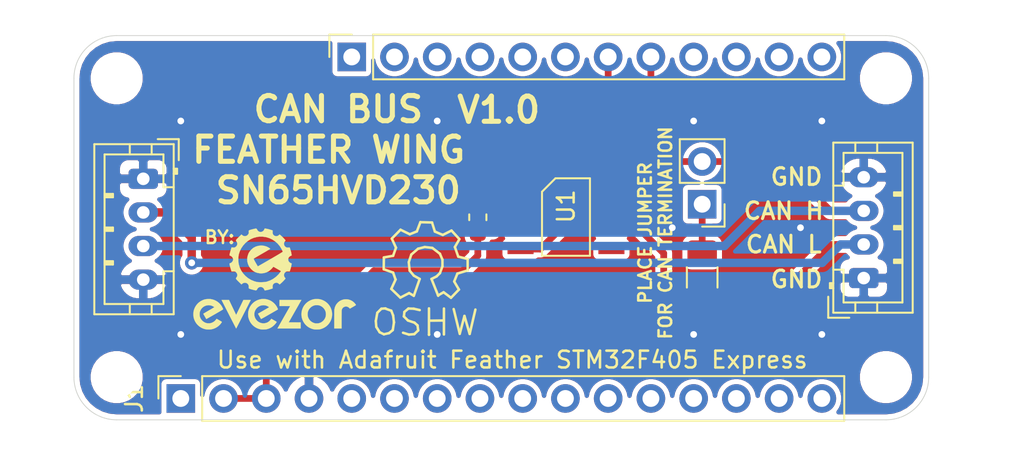
<source format=kicad_pcb>
(kicad_pcb (version 20171130) (host pcbnew "(5.1.5)-3")

  (general
    (thickness 1.6)
    (drawings 17)
    (tracks 56)
    (zones 0)
    (modules 15)
    (nets 36)
  )

  (page A4)
  (layers
    (0 F.Cu signal)
    (31 B.Cu signal)
    (32 B.Adhes user)
    (33 F.Adhes user)
    (34 B.Paste user)
    (35 F.Paste user)
    (36 B.SilkS user)
    (37 F.SilkS user)
    (38 B.Mask user)
    (39 F.Mask user)
    (40 Dwgs.User user)
    (41 Cmts.User user)
    (42 Eco1.User user)
    (43 Eco2.User user)
    (44 Edge.Cuts user)
    (45 Margin user)
    (46 B.CrtYd user)
    (47 F.CrtYd user)
    (48 B.Fab user)
    (49 F.Fab user)
  )

  (setup
    (last_trace_width 0.25)
    (user_trace_width 0.3)
    (user_trace_width 0.4)
    (user_trace_width 0.5)
    (trace_clearance 0.2)
    (zone_clearance 0.3)
    (zone_45_only no)
    (trace_min 0.2)
    (via_size 0.8)
    (via_drill 0.4)
    (via_min_size 0.4)
    (via_min_drill 0.3)
    (user_via 1.2 0.6)
    (uvia_size 0.3)
    (uvia_drill 0.1)
    (uvias_allowed no)
    (uvia_min_size 0.2)
    (uvia_min_drill 0.1)
    (edge_width 0.05)
    (segment_width 0.2)
    (pcb_text_width 0.3)
    (pcb_text_size 1.5 1.5)
    (mod_edge_width 0.12)
    (mod_text_size 1 1)
    (mod_text_width 0.15)
    (pad_size 1.524 1.524)
    (pad_drill 0.762)
    (pad_to_mask_clearance 0.051)
    (solder_mask_min_width 0.25)
    (aux_axis_origin 0 0)
    (visible_elements 7FFFFFFF)
    (pcbplotparams
      (layerselection 0x010fc_ffffffff)
      (usegerberextensions false)
      (usegerberattributes false)
      (usegerberadvancedattributes false)
      (creategerberjobfile false)
      (excludeedgelayer true)
      (linewidth 0.100000)
      (plotframeref false)
      (viasonmask false)
      (mode 1)
      (useauxorigin false)
      (hpglpennumber 1)
      (hpglpenspeed 20)
      (hpglpendiameter 15.000000)
      (psnegative false)
      (psa4output false)
      (plotreference true)
      (plotvalue true)
      (plotinvisibletext false)
      (padsonsilk false)
      (subtractmaskfromsilk false)
      (outputformat 1)
      (mirror false)
      (drillshape 0)
      (scaleselection 1)
      (outputdirectory "OshBus_Wing_0_1/Can_Feather_Wing/"))
  )

  (net 0 "")
  (net 1 GND)
  (net 2 +3V3)
  (net 3 "Net-(J1-Pad1)")
  (net 4 "Net-(J1-Pad5)")
  (net 5 "Net-(J1-Pad6)")
  (net 6 "Net-(J1-Pad7)")
  (net 7 "Net-(J1-Pad8)")
  (net 8 "Net-(J1-Pad9)")
  (net 9 "Net-(J1-Pad10)")
  (net 10 "Net-(J1-Pad11)")
  (net 11 "Net-(J1-Pad12)")
  (net 12 "Net-(J1-Pad13)")
  (net 13 "Net-(J1-Pad14)")
  (net 14 "Net-(J1-Pad15)")
  (net 15 "Net-(J1-Pad16)")
  (net 16 "Net-(J2-Pad1)")
  (net 17 "Net-(J2-Pad2)")
  (net 18 "Net-(J2-Pad3)")
  (net 19 "Net-(J2-Pad4)")
  (net 20 "Net-(J2-Pad5)")
  (net 21 "Net-(J2-Pad6)")
  (net 22 CAN_TX)
  (net 23 CAN_RX)
  (net 24 "Net-(J2-Pad11)")
  (net 25 "Net-(J2-Pad12)")
  (net 26 "Net-(J3-Pad1)")
  (net 27 "Net-(J3-Pad2)")
  (net 28 "Net-(H1-Pad1)")
  (net 29 "Net-(H2-Pad1)")
  (net 30 "Net-(H3-Pad1)")
  (net 31 "Net-(H4-Pad1)")
  (net 32 "Net-(J2-Pad9)")
  (net 33 "Net-(J2-Pad10)")
  (net 34 "Net-(J4-Pad2)")
  (net 35 "Net-(U1-Pad5)")

  (net_class Default "This is the default net class."
    (clearance 0.2)
    (trace_width 0.25)
    (via_dia 0.8)
    (via_drill 0.4)
    (uvia_dia 0.3)
    (uvia_drill 0.1)
    (add_net +3V3)
    (add_net CAN_RX)
    (add_net CAN_TX)
    (add_net GND)
    (add_net "Net-(H1-Pad1)")
    (add_net "Net-(H2-Pad1)")
    (add_net "Net-(H3-Pad1)")
    (add_net "Net-(H4-Pad1)")
    (add_net "Net-(J1-Pad1)")
    (add_net "Net-(J1-Pad10)")
    (add_net "Net-(J1-Pad11)")
    (add_net "Net-(J1-Pad12)")
    (add_net "Net-(J1-Pad13)")
    (add_net "Net-(J1-Pad14)")
    (add_net "Net-(J1-Pad15)")
    (add_net "Net-(J1-Pad16)")
    (add_net "Net-(J1-Pad5)")
    (add_net "Net-(J1-Pad6)")
    (add_net "Net-(J1-Pad7)")
    (add_net "Net-(J1-Pad8)")
    (add_net "Net-(J1-Pad9)")
    (add_net "Net-(J2-Pad1)")
    (add_net "Net-(J2-Pad10)")
    (add_net "Net-(J2-Pad11)")
    (add_net "Net-(J2-Pad12)")
    (add_net "Net-(J2-Pad2)")
    (add_net "Net-(J2-Pad3)")
    (add_net "Net-(J2-Pad4)")
    (add_net "Net-(J2-Pad5)")
    (add_net "Net-(J2-Pad6)")
    (add_net "Net-(J2-Pad9)")
    (add_net "Net-(J3-Pad1)")
    (add_net "Net-(J3-Pad2)")
    (add_net "Net-(J4-Pad2)")
    (add_net "Net-(U1-Pad5)")
  )

  (module EvezorLIB:LOGO_37 (layer F.Cu) (tedit 59E58C37) (tstamp 5F48CFC0)
    (at 63.16 99.67)
    (fp_text reference G*** (at 2.54 2.54) (layer F.SilkS) hide
      (effects (font (size 0.7 0.7) (thickness 0.175)))
    )
    (fp_text value LOGO (at -2.54 2.54) (layer F.SilkS) hide
      (effects (font (size 0.7 0.7) (thickness 0.175)))
    )
    (fp_poly (pts (xy 0.334277 -1.822037) (xy 0.392561 -1.811766) (xy 0.46886 -1.793707) (xy 0.549219 -1.771252)
      (xy 0.571501 -1.764335) (xy 0.719667 -1.7171) (xy 0.714752 -1.624783) (xy 0.721824 -1.532864)
      (xy 0.754719 -1.462062) (xy 0.814492 -1.4104) (xy 0.834526 -1.399878) (xy 0.916444 -1.374061)
      (xy 0.991417 -1.379755) (xy 1.064362 -1.417784) (xy 1.09555 -1.443571) (xy 1.132767 -1.477444)
      (xy 1.19715 -1.425853) (xy 1.246365 -1.382594) (xy 1.308265 -1.322823) (xy 1.373644 -1.255867)
      (xy 1.433293 -1.191054) (xy 1.462498 -1.157077) (xy 1.482163 -1.129442) (xy 1.479443 -1.109335)
      (xy 1.456968 -1.084434) (xy 1.409752 -1.015599) (xy 1.391047 -0.937878) (xy 1.399899 -0.859084)
      (xy 1.435353 -0.787028) (xy 1.496455 -0.729519) (xy 1.500656 -0.726862) (xy 1.552395 -0.703106)
      (xy 1.61161 -0.69576) (xy 1.64618 -0.696962) (xy 1.733986 -0.702733) (xy 1.781245 -0.554567)
      (xy 1.804299 -0.4757) (xy 1.823868 -0.396834) (xy 1.836585 -0.331902) (xy 1.83853 -0.317501)
      (xy 1.848556 -0.228599) (xy 1.780108 -0.200521) (xy 1.710043 -0.154616) (xy 1.662869 -0.08705)
      (xy 1.643009 -0.004549) (xy 1.64266 0.008467) (xy 1.658119 0.0926) (xy 1.701545 0.16279)
      (xy 1.768514 0.212311) (xy 1.780108 0.217456) (xy 1.848556 0.245534) (xy 1.83853 0.334435)
      (xy 1.828465 0.392628) (xy 1.810559 0.468846) (xy 1.788179 0.549159) (xy 1.781245 0.571502)
      (xy 1.733986 0.719667) (xy 1.64618 0.713896) (xy 1.577856 0.714809) (xy 1.524732 0.730545)
      (xy 1.500656 0.743796) (xy 1.438132 0.800249) (xy 1.401203 0.871692) (xy 1.390821 0.950313)
      (xy 1.407943 1.028302) (xy 1.453521 1.097849) (xy 1.456968 1.101369) (xy 1.4808 1.128477)
      (xy 1.481144 1.148613) (xy 1.462498 1.174012) (xy 1.410706 1.233064) (xy 1.347659 1.299854)
      (xy 1.282567 1.365055) (xy 1.224637 1.419339) (xy 1.19715 1.442787) (xy 1.132767 1.494378)
      (xy 1.09555 1.460505) (xy 1.021992 1.408663) (xy 0.948468 1.3895) (xy 0.870064 1.402194)
      (xy 0.834526 1.416812) (xy 0.767606 1.46383) (xy 0.727837 1.529475) (xy 0.714165 1.615724)
      (xy 0.714752 1.641717) (xy 0.719667 1.734034) (xy 0.571501 1.781269) (xy 0.492594 1.804369)
      (xy 0.413662 1.824067) (xy 0.348658 1.83697) (xy 0.334277 1.838971) (xy 0.245219 1.849439)
      (xy 0.214896 1.780711) (xy 0.168766 1.711901) (xy 0.106207 1.666785) (xy 0.034229 1.645398)
      (xy -0.040161 1.647778) (xy -0.109954 1.673962) (xy -0.16814 1.723986) (xy -0.200522 1.778525)
      (xy -0.218417 1.813413) (xy -0.240886 1.835082) (xy -0.273616 1.844078) (xy -0.322293 1.840952)
      (xy -0.392603 1.826251) (xy -0.474133 1.804926) (xy -0.566334 1.77959) (xy -0.630645 1.760052)
      (xy -0.671803 1.743024) (xy -0.694545 1.72522) (xy -0.703607 1.703352) (xy -0.703726 1.674134)
      (xy -0.701014 1.647458) (xy -0.706263 1.562963) (xy -0.737614 1.492363) (xy -0.789174 1.438457)
      (xy -0.855046 1.404043) (xy -0.929337 1.39192) (xy -1.006152 1.404885) (xy -1.079597 1.445738)
      (xy -1.096007 1.459946) (xy -1.133681 1.495236) (xy -1.287993 1.344518) (xy -1.361568 1.272097)
      (xy -1.413191 1.218631) (xy -1.445354 1.17964) (xy -1.460552 1.150642) (xy -1.461279 1.127155)
      (xy -1.450028 1.104699) (xy -1.433251 1.083479) (xy -1.389266 1.008246) (xy -1.377641 0.928943)
      (xy -1.398011 0.850224) (xy -1.450012 0.776748) (xy -1.457813 0.769027) (xy -1.49068 0.741325)
      (xy -1.52355 0.72649) (xy -1.568816 0.720693) (xy -1.616491 0.719965) (xy -1.723604 0.720262)
      (xy -1.759116 0.609898) (xy -1.77963 0.541876) (xy -1.800603 0.465302) (xy -1.819808 0.38921)
      (xy -1.835017 0.322635) (xy -1.844003 0.274611) (xy -1.845483 0.259579) (xy -1.831089 0.242238)
      (xy -1.797313 0.229123) (xy -1.738689 0.201165) (xy -1.685172 0.149959) (xy -1.644919 0.085985)
      (xy -1.626086 0.019724) (xy -1.6256 0.008467) (xy -1.633369 -0.027519) (xy -1.319619 -0.027519)
      (xy -1.317613 0.096351) (xy -1.308706 0.211672) (xy -1.296389 0.290196) (xy -1.237698 0.487496)
      (xy -1.149444 0.672248) (xy -1.034506 0.841622) (xy -0.895761 0.992788) (xy -0.736089 1.122917)
      (xy -0.558368 1.229179) (xy -0.365477 1.308745) (xy -0.220723 1.347514) (xy -0.133322 1.359272)
      (xy -0.024296 1.364231) (xy 0.094879 1.362754) (xy 0.212727 1.355204) (xy 0.317772 1.341941)
      (xy 0.381 1.328532) (xy 0.573094 1.259691) (xy 0.756397 1.161219) (xy 0.925127 1.037218)
      (xy 1.073501 0.89179) (xy 1.169103 0.769446) (xy 1.216801 0.700118) (xy 0.758439 0.437816)
      (xy 0.732124 0.477142) (xy 0.707138 0.508391) (xy 0.666175 0.553582) (xy 0.617787 0.603305)
      (xy 0.614387 0.60667) (xy 0.493031 0.703487) (xy 0.353161 0.775792) (xy 0.201763 0.821274)
      (xy 0.04582 0.837627) (xy -0.062603 0.830461) (xy -0.211856 0.799745) (xy -0.338702 0.751043)
      (xy -0.451721 0.680042) (xy -0.559491 0.582427) (xy -0.562935 0.57883) (xy -0.665256 0.448137)
      (xy -0.738183 0.303773) (xy -0.781114 0.1499) (xy -0.793444 -0.009319) (xy -0.774573 -0.169724)
      (xy -0.723897 -0.327151) (xy -0.701133 -0.375691) (xy -0.646761 -0.461657) (xy -0.572015 -0.551208)
      (xy -0.487075 -0.633316) (xy -0.407909 -0.693298) (xy -0.271555 -0.761856) (xy -0.121547 -0.804098)
      (xy 0.034691 -0.819463) (xy 0.189739 -0.80739) (xy 0.336172 -0.767318) (xy 0.372008 -0.752203)
      (xy 0.439266 -0.719029) (xy 0.499738 -0.684806) (xy 0.546469 -0.653916) (xy 0.572505 -0.630738)
      (xy 0.575617 -0.623954) (xy 0.561508 -0.613166) (xy 0.521424 -0.587683) (xy 0.458819 -0.549569)
      (xy 0.377148 -0.50089) (xy 0.279864 -0.44371) (xy 0.17042 -0.380096) (xy 0.097366 -0.33798)
      (xy -0.019027 -0.270876) (xy -0.126443 -0.208545) (xy -0.221232 -0.153136) (xy -0.299743 -0.106799)
      (xy -0.358326 -0.071684) (xy -0.39333 -0.049941) (xy -0.401476 -0.044226) (xy -0.4057 -0.029654)
      (xy -0.398126 -0.001077) (xy -0.377096 0.04519) (xy -0.340949 0.112831) (xy -0.292347 0.198091)
      (xy -0.162742 0.421581) (xy -0.067796 0.367424) (xy 0.14853 0.243757) (xy 0.351843 0.126985)
      (xy 0.540471 0.01809) (xy 0.712747 -0.081943) (xy 0.867 -0.172131) (xy 1.001562 -0.251488)
      (xy 1.114762 -0.319032) (xy 1.204931 -0.373778) (xy 1.2704 -0.414743) (xy 1.309499 -0.440942)
      (xy 1.320768 -0.451005) (xy 1.313587 -0.474) (xy 1.294385 -0.51894) (xy 1.266723 -0.577699)
      (xy 1.254009 -0.603405) (xy 1.147664 -0.779202) (xy 1.016784 -0.934974) (xy 0.864984 -1.068923)
      (xy 0.695875 -1.179247) (xy 0.513071 -1.264146) (xy 0.320184 -1.321821) (xy 0.120829 -1.350472)
      (xy -0.081384 -1.348298) (xy -0.205944 -1.330807) (xy -0.406179 -1.278005) (xy -0.588526 -1.198852)
      (xy -0.757949 -1.090782) (xy -0.895175 -0.974585) (xy -1.031228 -0.825561) (xy -1.144996 -0.658887)
      (xy -1.232984 -0.480813) (xy -1.291694 -0.297595) (xy -1.30233 -0.246656) (xy -1.314575 -0.146376)
      (xy -1.319619 -0.027519) (xy -1.633369 -0.027519) (xy -1.639756 -0.0571) (xy -1.676787 -0.12225)
      (xy -1.728536 -0.176501) (xy -1.786847 -0.209373) (xy -1.797313 -0.212189) (xy -1.831722 -0.225735)
      (xy -1.84532 -0.242645) (xy -1.839739 -0.283479) (xy -1.825147 -0.349943) (xy -1.803145 -0.435504)
      (xy -1.77534 -0.533632) (xy -1.767001 -0.56158) (xy -1.722753 -0.708294) (xy -1.636077 -0.699662)
      (xy -1.576174 -0.697296) (xy -1.532102 -0.707242) (xy -1.490133 -0.730972) (xy -1.42453 -0.792215)
      (xy -1.387279 -0.864837) (xy -1.379425 -0.942773) (xy -1.402015 -1.019959) (xy -1.43249 -1.06564)
      (xy -1.452143 -1.090976) (xy -1.461879 -1.113449) (xy -1.459218 -1.137558) (xy -1.441677 -1.1678)
      (xy -1.406777 -1.208672) (xy -1.352035 -1.264672) (xy -1.287993 -1.327584) (xy -1.133681 -1.478302)
      (xy -1.096007 -1.443012) (xy -1.021292 -1.39337) (xy -0.94079 -1.374513) (xy -0.860757 -1.385572)
      (xy -0.787451 -1.42568) (xy -0.727129 -1.493968) (xy -0.726975 -1.494211) (xy -0.704016 -1.543289)
      (xy -0.698532 -1.597962) (xy -0.700913 -1.629674) (xy -0.704212 -1.668248) (xy -0.701194 -1.696388)
      (xy -0.687025 -1.717556) (xy -0.656869 -1.735218) (xy -0.605892 -1.752838) (xy -0.52926 -1.773878)
      (xy -0.48271 -1.786011) (xy -0.387723 -1.809845) (xy -0.319632 -1.823703) (xy -0.272825 -1.827099)
      (xy -0.24169 -1.819547) (xy -0.220613 -1.800562) (xy -0.203982 -1.769658) (xy -0.200522 -1.761591)
      (xy -0.155984 -1.693258) (xy -0.094466 -1.648795) (xy -0.022975 -1.628163) (xy 0.051479 -1.631326)
      (xy 0.121888 -1.658247) (xy 0.181244 -1.708889) (xy 0.214896 -1.763776) (xy 0.245219 -1.832503)
      (xy 0.334277 -1.822037)) (layer F.SilkS) (width 0.01))
  )

  (module EvezorLIB:evezor_18 (layer F.Cu) (tedit 0) (tstamp 5F48CEDA)
    (at 64 102.94)
    (fp_text reference G*** (at -2.54 2.54) (layer F.SilkS) hide
      (effects (font (size 1.524 1.524) (thickness 0.3)))
    )
    (fp_text value LOGO (at 5.08 2.54) (layer F.SilkS) hide
      (effects (font (size 1.524 1.524) (thickness 0.3)))
    )
    (fp_poly (pts (xy 4.291462 -0.890289) (xy 4.378669 -0.877913) (xy 4.463403 -0.854726) (xy 4.544586 -0.821019)
      (xy 4.621141 -0.777083) (xy 4.691989 -0.723208) (xy 4.756054 -0.659685) (xy 4.809133 -0.591425)
      (xy 4.821119 -0.572777) (xy 4.829465 -0.557743) (xy 4.832242 -0.55015) (xy 4.826902 -0.545367)
      (xy 4.811798 -0.535131) (xy 4.788225 -0.520236) (xy 4.757476 -0.501476) (xy 4.720846 -0.479643)
      (xy 4.679628 -0.455532) (xy 4.650959 -0.438996) (xy 4.469784 -0.335066) (xy 4.434771 -0.373757)
      (xy 4.392665 -0.411875) (xy 4.346536 -0.438963) (xy 4.297813 -0.455461) (xy 4.247922 -0.461812)
      (xy 4.198293 -0.458456) (xy 4.150353 -0.445834) (xy 4.10553 -0.424386) (xy 4.065252 -0.394553)
      (xy 4.030948 -0.356777) (xy 4.004046 -0.311497) (xy 3.985973 -0.259156) (xy 3.981145 -0.233719)
      (xy 3.980244 -0.221198) (xy 3.979383 -0.197017) (xy 3.978572 -0.162215) (xy 3.977824 -0.11783)
      (xy 3.977148 -0.064904) (xy 3.976556 -0.004474) (xy 3.97606 0.062419) (xy 3.975668 0.134736)
      (xy 3.975394 0.211438) (xy 3.975248 0.291486) (xy 3.975227 0.325437) (xy 3.9751 0.84455)
      (xy 3.5433 0.84455) (xy 3.543496 0.303212) (xy 3.543601 0.213974) (xy 3.543844 0.129144)
      (xy 3.544215 0.049618) (xy 3.544705 -0.023708) (xy 3.545303 -0.089939) (xy 3.546001 -0.148178)
      (xy 3.546788 -0.197529) (xy 3.547655 -0.237097) (xy 3.548592 -0.265985) (xy 3.549589 -0.283297)
      (xy 3.549852 -0.28575) (xy 3.567979 -0.378242) (xy 3.597622 -0.466092) (xy 3.638359 -0.548452)
      (xy 3.689766 -0.624477) (xy 3.751422 -0.693321) (xy 3.755233 -0.697008) (xy 3.807648 -0.743681)
      (xy 3.859178 -0.781502) (xy 3.913887 -0.813315) (xy 3.939455 -0.825881) (xy 4.025778 -0.859651)
      (xy 4.113938 -0.881449) (xy 4.202859 -0.891565) (xy 4.291462 -0.890289)) (layer F.SilkS) (width 0.01))
    (fp_poly (pts (xy 1.578508 -0.833438) (xy 1.574214 -0.825737) (xy 1.564051 -0.8077) (xy 1.548418 -0.780033)
      (xy 1.527717 -0.743445) (xy 1.50235 -0.698642) (xy 1.472715 -0.646332) (xy 1.439216 -0.587222)
      (xy 1.402251 -0.52202) (xy 1.362223 -0.451432) (xy 1.319532 -0.376167) (xy 1.274579 -0.296932)
      (xy 1.227765 -0.214434) (xy 1.201568 -0.168275) (xy 0.833944 0.479425) (xy 1.54305 0.482705)
      (xy 1.54305 0.84455) (xy 0.164991 0.84455) (xy 0.18381 0.811212) (xy 0.189387 0.80136)
      (xy 0.20081 0.781202) (xy 0.217658 0.751479) (xy 0.239513 0.712932) (xy 0.265953 0.666302)
      (xy 0.296558 0.61233) (xy 0.330909 0.551756) (xy 0.368585 0.485322) (xy 0.409167 0.413768)
      (xy 0.452233 0.337835) (xy 0.497365 0.258264) (xy 0.544141 0.175796) (xy 0.561014 0.14605)
      (xy 0.919397 -0.485775) (xy 0.602573 -0.487422) (xy 0.28575 -0.489068) (xy 0.28575 -0.8509)
      (xy 1.587826 -0.8509) (xy 1.578508 -0.833438)) (layer F.SilkS) (width 0.01))
    (fp_poly (pts (xy -2.501874 -0.405775) (xy -2.289923 0.039351) (xy -2.260248 -0.020012) (xy -2.252364 -0.035993)
      (xy -2.239523 -0.062283) (xy -2.222273 -0.097749) (xy -2.201165 -0.141256) (xy -2.176748 -0.19167)
      (xy -2.14957 -0.247858) (xy -2.120181 -0.308683) (xy -2.08913 -0.373013) (xy -2.056966 -0.439713)
      (xy -2.044714 -0.465138) (xy -1.858854 -0.8509) (xy -1.640627 -0.8509) (xy -1.589417 -0.850813)
      (xy -1.542478 -0.850564) (xy -1.501262 -0.850175) (xy -1.467219 -0.849665) (xy -1.441799 -0.849057)
      (xy -1.426452 -0.848371) (xy -1.4224 -0.847771) (xy -1.425233 -0.841602) (xy -1.433472 -0.824892)
      (xy -1.44673 -0.798401) (xy -1.464617 -0.76289) (xy -1.486746 -0.719117) (xy -1.512729 -0.667843)
      (xy -1.542177 -0.609828) (xy -1.574703 -0.545833) (xy -1.609917 -0.476616) (xy -1.647433 -0.402938)
      (xy -1.686861 -0.32556) (xy -1.727813 -0.24524) (xy -1.769902 -0.16274) (xy -1.812738 -0.078818)
      (xy -1.855935 0.005764) (xy -1.899102 0.090247) (xy -1.941854 0.173872) (xy -1.9838 0.255877)
      (xy -2.024554 0.335503) (xy -2.063726 0.411991) (xy -2.100929 0.484579) (xy -2.135774 0.552508)
      (xy -2.167873 0.615018) (xy -2.196838 0.671349) (xy -2.222281 0.720741) (xy -2.243814 0.762434)
      (xy -2.261048 0.795668) (xy -2.273594 0.819683) (xy -2.281066 0.833719) (xy -2.283088 0.837221)
      (xy -2.290426 0.842593) (xy -2.296207 0.837221) (xy -2.299863 0.830358) (xy -2.308854 0.813015)
      (xy -2.322794 0.785952) (xy -2.341294 0.749927) (xy -2.363969 0.705698) (xy -2.390431 0.654024)
      (xy -2.420293 0.595663) (xy -2.453169 0.531373) (xy -2.488671 0.461914) (xy -2.526413 0.388043)
      (xy -2.566008 0.31052) (xy -2.607068 0.230101) (xy -2.649208 0.147547) (xy -2.69204 0.063615)
      (xy -2.735176 -0.020936) (xy -2.778231 -0.105348) (xy -2.820817 -0.188862) (xy -2.862547 -0.27072)
      (xy -2.903035 -0.350163) (xy -2.941893 -0.426433) (xy -2.978735 -0.498772) (xy -3.013174 -0.566421)
      (xy -3.044822 -0.628621) (xy -3.073293 -0.684614) (xy -3.0982 -0.733643) (xy -3.119157 -0.774947)
      (xy -3.135775 -0.807769) (xy -3.147668 -0.83135) (xy -3.15445 -0.844932) (xy -3.15595 -0.848097)
      (xy -3.149841 -0.84875) (xy -3.132472 -0.84935) (xy -3.105285 -0.849878) (xy -3.06972 -0.850315)
      (xy -3.027219 -0.850643) (xy -2.979222 -0.850843) (xy -2.934888 -0.850901) (xy -2.713826 -0.850901)
      (xy -2.501874 -0.405775)) (layer F.SilkS) (width 0.01))
    (fp_poly (pts (xy 2.550383 -0.905016) (xy 2.600608 -0.902935) (xy 2.645059 -0.899412) (xy 2.680669 -0.894449)
      (xy 2.68605 -0.893372) (xy 2.789838 -0.86499) (xy 2.888035 -0.825646) (xy 2.97997 -0.776028)
      (xy 3.064975 -0.716829) (xy 3.14238 -0.648739) (xy 3.211516 -0.572449) (xy 3.271715 -0.48865)
      (xy 3.322306 -0.398032) (xy 3.36262 -0.301286) (xy 3.391989 -0.199104) (xy 3.40075 -0.155575)
      (xy 3.407702 -0.101604) (xy 3.411378 -0.040042) (xy 3.411777 0.02443) (xy 3.408899 0.087132)
      (xy 3.402745 0.143383) (xy 3.40075 0.155575) (xy 3.376045 0.260105) (xy 3.340147 0.359345)
      (xy 3.293688 0.452637) (xy 3.237299 0.539326) (xy 3.171613 0.618754) (xy 3.097261 0.690265)
      (xy 3.014875 0.753203) (xy 2.925086 0.806912) (xy 2.828526 0.850734) (xy 2.725826 0.884013)
      (xy 2.691922 0.892293) (xy 2.663216 0.897001) (xy 2.624832 0.900774) (xy 2.579761 0.903552)
      (xy 2.530996 0.905278) (xy 2.481527 0.905892) (xy 2.434346 0.905337) (xy 2.392444 0.903554)
      (xy 2.358815 0.900484) (xy 2.348998 0.898999) (xy 2.24382 0.874287) (xy 2.144123 0.838471)
      (xy 2.050539 0.792187) (xy 1.963698 0.736067) (xy 1.884234 0.670747) (xy 1.812777 0.596862)
      (xy 1.74996 0.515045) (xy 1.696415 0.42593) (xy 1.652773 0.330154) (xy 1.619666 0.228349)
      (xy 1.602272 0.149225) (xy 1.596654 0.105409) (xy 1.593328 0.053334) (xy 1.5923 -0.002493)
      (xy 1.9558 -0.002493) (xy 1.96185 0.080211) (xy 1.979523 0.159042) (xy 2.008102 0.233131)
      (xy 2.046869 0.301606) (xy 2.095106 0.363596) (xy 2.152096 0.418232) (xy 2.217122 0.464642)
      (xy 2.289466 0.501955) (xy 2.368411 0.529302) (xy 2.4003 0.536965) (xy 2.432928 0.541439)
      (xy 2.473852 0.543454) (xy 2.518931 0.543131) (xy 2.564028 0.540593) (xy 2.605001 0.535962)
      (xy 2.63525 0.530023) (xy 2.712633 0.503564) (xy 2.784039 0.466691) (xy 2.84865 0.420449)
      (xy 2.905653 0.365884) (xy 2.95423 0.304041) (xy 2.993568 0.235966) (xy 3.02285 0.162704)
      (xy 3.04126 0.085301) (xy 3.047985 0.004802) (xy 3.048 0.000826) (xy 3.041976 -0.08293)
      (xy 3.024006 -0.162472) (xy 2.994242 -0.237452) (xy 2.952834 -0.307524) (xy 2.899935 -0.372338)
      (xy 2.874708 -0.397549) (xy 2.819247 -0.444095) (xy 2.760347 -0.481464) (xy 2.694386 -0.511823)
      (xy 2.667 -0.521874) (xy 2.644099 -0.529617) (xy 2.625352 -0.535159) (xy 2.607843 -0.538867)
      (xy 2.588662 -0.541109) (xy 2.564896 -0.542253) (xy 2.533631 -0.542667) (xy 2.5019 -0.54272)
      (xy 2.462698 -0.542622) (xy 2.433283 -0.542082) (xy 2.410744 -0.540734) (xy 2.392166 -0.538209)
      (xy 2.374637 -0.534139) (xy 2.355245 -0.528157) (xy 2.3368 -0.521874) (xy 2.267244 -0.493592)
      (xy 2.206112 -0.459114) (xy 2.149783 -0.416275) (xy 2.129091 -0.397549) (xy 2.071533 -0.335079)
      (xy 2.025311 -0.2672) (xy 1.990636 -0.194396) (xy 1.96772 -0.117151) (xy 1.956777 -0.035947)
      (xy 1.9558 -0.002493) (xy 1.5923 -0.002493) (xy 1.592294 -0.002767) (xy 1.593552 -0.058661)
      (xy 1.597101 -0.110116) (xy 1.602272 -0.149225) (xy 1.621794 -0.235255) (xy 1.649363 -0.320667)
      (xy 1.683645 -0.402053) (xy 1.72331 -0.476) (xy 1.740253 -0.502538) (xy 1.806176 -0.589406)
      (xy 1.880556 -0.66696) (xy 1.962815 -0.734809) (xy 2.052371 -0.792562) (xy 2.148645 -0.839827)
      (xy 2.251056 -0.876212) (xy 2.319913 -0.893686) (xy 2.353036 -0.898859) (xy 2.395709 -0.902575)
      (xy 2.444868 -0.904839) (xy 2.497448 -0.905651) (xy 2.550383 -0.905016)) (layer F.SilkS) (width 0.01))
    (fp_poly (pts (xy -0.607981 -0.906558) (xy -0.556114 -0.903238) (xy -0.513882 -0.898019) (xy -0.468613 -0.888548)
      (xy -0.417407 -0.874762) (xy -0.364617 -0.858063) (xy -0.314595 -0.839854) (xy -0.271696 -0.821537)
      (xy -0.262369 -0.816992) (xy -0.176364 -0.767017) (xy -0.094396 -0.7063) (xy -0.01835 -0.636611)
      (xy 0.04989 -0.559725) (xy 0.108442 -0.477414) (xy 0.121737 -0.455528) (xy 0.132666 -0.435568)
      (xy 0.145247 -0.410535) (xy 0.158405 -0.382845) (xy 0.171067 -0.354913) (xy 0.18216 -0.329154)
      (xy 0.190608 -0.307983) (xy 0.195339 -0.293815) (xy 0.195712 -0.289135) (xy 0.190034 -0.285781)
      (xy 0.174129 -0.276539) (xy 0.148774 -0.261861) (xy 0.11475 -0.242194) (xy 0.072834 -0.217989)
      (xy 0.023805 -0.189694) (xy -0.031558 -0.15776) (xy -0.092476 -0.122636) (xy -0.158171 -0.08477)
      (xy -0.227863 -0.044613) (xy -0.300774 -0.002614) (xy -0.304324 -0.000569) (xy -0.392732 0.050299)
      (xy -0.470757 0.09508) (xy -0.538979 0.134093) (xy -0.597981 0.167659) (xy -0.648343 0.196098)
      (xy -0.690647 0.219731) (xy -0.725474 0.238879) (xy -0.753406 0.253861) (xy -0.775023 0.264999)
      (xy -0.790907 0.272612) (xy -0.801639 0.277022) (xy -0.807801 0.278549) (xy -0.809717 0.278061)
      (xy -0.814945 0.270372) (xy -0.825165 0.253768) (xy -0.839405 0.229936) (xy -0.856693 0.200566)
      (xy -0.876058 0.167346) (xy -0.896529 0.131967) (xy -0.917134 0.096116) (xy -0.936901 0.061482)
      (xy -0.954859 0.029755) (xy -0.970038 0.002624) (xy -0.981464 -0.018224) (xy -0.988167 -0.031098)
      (xy -0.989504 -0.034511) (xy -0.983779 -0.037886) (xy -0.968008 -0.047041) (xy -0.943154 -0.061422)
      (xy -0.910178 -0.080474) (xy -0.870042 -0.103641) (xy -0.823706 -0.13037) (xy -0.772133 -0.160104)
      (xy -0.716285 -0.192289) (xy -0.658813 -0.225395) (xy -0.599767 -0.25948) (xy -0.544126 -0.291751)
      (xy -0.492844 -0.321646) (xy -0.446877 -0.348598) (xy -0.407181 -0.372045) (xy -0.37471 -0.391422)
      (xy -0.35042 -0.406165) (xy -0.335266 -0.415709) (xy -0.3302 -0.419469) (xy -0.335466 -0.425846)
      (xy -0.349635 -0.436467) (xy -0.370267 -0.449869) (xy -0.394922 -0.464587) (xy -0.42116 -0.479155)
      (xy -0.44654 -0.492111) (xy -0.465703 -0.500796) (xy -0.537526 -0.52419) (xy -0.613651 -0.537127)
      (xy -0.691292 -0.539506) (xy -0.767658 -0.531221) (xy -0.833242 -0.514479) (xy -0.911031 -0.482005)
      (xy -0.981633 -0.439409) (xy -1.044312 -0.387474) (xy -1.09833 -0.326984) (xy -1.142953 -0.258722)
      (xy -1.177443 -0.183473) (xy -1.194347 -0.130175) (xy -1.202647 -0.087026) (xy -1.207354 -0.036766)
      (xy -1.208403 0.015983) (xy -1.205726 0.066599) (xy -1.199257 0.110461) (xy -1.197904 0.116388)
      (xy -1.172707 0.195304) (xy -1.13758 0.267455) (xy -1.093544 0.332311) (xy -1.04162 0.389339)
      (xy -0.982831 0.438008) (xy -0.918198 0.477787) (xy -0.848745 0.508144) (xy -0.775492 0.528549)
      (xy -0.699462 0.538469) (xy -0.621676 0.537374) (xy -0.543157 0.524733) (xy -0.464927 0.500013)
      (xy -0.462171 0.498908) (xy -0.412984 0.475845) (xy -0.367327 0.447179) (xy -0.321518 0.410464)
      (xy -0.301532 0.392229) (xy -0.276831 0.367452) (xy -0.251981 0.339895) (xy -0.229309 0.312388)
      (xy -0.211145 0.287764) (xy -0.199818 0.268854) (xy -0.199497 0.268161) (xy -0.194034 0.270632)
      (xy -0.179294 0.278571) (xy -0.156951 0.291013) (xy -0.128677 0.306993) (xy -0.096144 0.325545)
      (xy -0.061026 0.345704) (xy -0.024996 0.366503) (xy 0.010275 0.386978) (xy 0.043112 0.406162)
      (xy 0.071843 0.423091) (xy 0.094795 0.436799) (xy 0.110296 0.446319) (xy 0.116604 0.450614)
      (xy 0.116788 0.45934) (xy 0.10929 0.475724) (xy 0.095227 0.498265) (xy 0.075713 0.525462)
      (xy 0.051864 0.555812) (xy 0.024797 0.587815) (xy -0.004373 0.619968) (xy -0.0254 0.641716)
      (xy -0.105164 0.713796) (xy -0.18987 0.774422) (xy -0.280356 0.824053) (xy -0.377458 0.863147)
      (xy -0.482014 0.892163) (xy -0.4826 0.892293) (xy -0.508448 0.896432) (xy -0.543995 0.899924)
      (xy -0.586252 0.902685) (xy -0.632233 0.904629) (xy -0.678947 0.905674) (xy -0.723408 0.905733)
      (xy -0.762626 0.904725) (xy -0.793613 0.902563) (xy -0.803142 0.901339) (xy -0.908323 0.878794)
      (xy -1.008462 0.844981) (xy -1.102873 0.800563) (xy -1.19087 0.746202) (xy -1.271767 0.68256)
      (xy -1.344878 0.6103) (xy -1.409518 0.530084) (xy -1.465001 0.442574) (xy -1.51064 0.348433)
      (xy -1.54575 0.248321) (xy -1.565658 0.1651) (xy -1.572127 0.119365) (xy -1.576117 0.06518)
      (xy -1.577629 0.006549) (xy -1.576662 -0.052523) (xy -1.573217 -0.10803) (xy -1.567294 -0.155967)
      (xy -1.565658 -0.1651) (xy -1.539371 -0.26983) (xy -1.502121 -0.368983) (xy -1.454574 -0.461912)
      (xy -1.39739 -0.547968) (xy -1.331234 -0.626503) (xy -1.256767 -0.696868) (xy -1.174652 -0.758415)
      (xy -1.085553 -0.810494) (xy -0.990132 -0.852459) (xy -0.889052 -0.883659) (xy -0.815975 -0.898635)
      (xy -0.772278 -0.903813) (xy -0.720253 -0.906853) (xy -0.66409 -0.907765) (xy -0.607981 -0.906558)) (layer F.SilkS) (width 0.01))
    (fp_poly (pts (xy -3.863186 -0.906951) (xy -3.827941 -0.905149) (xy -3.795767 -0.901727) (xy -3.781019 -0.899559)
      (xy -3.67631 -0.876671) (xy -3.576057 -0.842213) (xy -3.481113 -0.796728) (xy -3.392332 -0.740758)
      (xy -3.310565 -0.674843) (xy -3.236667 -0.599525) (xy -3.17149 -0.515347) (xy -3.168074 -0.510321)
      (xy -3.153025 -0.486331) (xy -3.135768 -0.45615) (xy -3.11769 -0.422515) (xy -3.100178 -0.388165)
      (xy -3.084618 -0.355837) (xy -3.072395 -0.328268) (xy -3.064897 -0.308198) (xy -3.06391 -0.304616)
      (xy -3.063576 -0.301677) (xy -3.064428 -0.298433) (xy -3.067127 -0.29448) (xy -3.072331 -0.289413)
      (xy -3.080703 -0.282827) (xy -3.092902 -0.274318) (xy -3.109589 -0.263479) (xy -3.131425 -0.249907)
      (xy -3.159068 -0.233196) (xy -3.193181 -0.212942) (xy -3.234424 -0.18874) (xy -3.283456 -0.160185)
      (xy -3.340938 -0.126871) (xy -3.407531 -0.088395) (xy -3.483896 -0.044351) (xy -3.559492 -0.000787)
      (xy -3.632656 0.04128) (xy -3.702696 0.081381) (xy -3.768832 0.119078) (xy -3.830283 0.153935)
      (xy -3.886267 0.185513) (xy -3.936003 0.213376) (xy -3.97871 0.237086) (xy -4.013607 0.256205)
      (xy -4.039913 0.270296) (xy -4.056846 0.278921) (xy -4.063626 0.281643) (xy -4.063699 0.281604)
      (xy -4.068698 0.27406) (xy -4.078757 0.257441) (xy -4.092887 0.233475) (xy -4.110105 0.203888)
      (xy -4.129423 0.17041) (xy -4.149857 0.134767) (xy -4.170419 0.098688) (xy -4.190125 0.063901)
      (xy -4.207988 0.032133) (xy -4.223022 0.005112) (xy -4.234243 -0.015434) (xy -4.240663 -0.027777)
      (xy -4.2418 -0.030536) (xy -4.236448 -0.03462) (xy -4.221028 -0.044447) (xy -4.196494 -0.059452)
      (xy -4.163799 -0.079068) (xy -4.123899 -0.102729) (xy -4.077746 -0.129871) (xy -4.026296 -0.159926)
      (xy -3.970501 -0.192329) (xy -3.912177 -0.22602) (xy -3.840273 -0.267535) (xy -3.778828 -0.30322)
      (xy -3.727223 -0.333451) (xy -3.68484 -0.35861) (xy -3.651061 -0.379074) (xy -3.625265 -0.395223)
      (xy -3.606835 -0.407436) (xy -3.595152 -0.416092) (xy -3.589598 -0.421569) (xy -3.589162 -0.423932)
      (xy -3.600931 -0.434153) (xy -3.62124 -0.447924) (xy -3.64708 -0.463516) (xy -3.675442 -0.479201)
      (xy -3.703314 -0.49325) (xy -3.727688 -0.503934) (xy -3.72997 -0.504809) (xy -3.8078 -0.527609)
      (xy -3.886956 -0.53849) (xy -3.966103 -0.537805) (xy -4.043912 -0.525909) (xy -4.119048 -0.503158)
      (xy -4.190179 -0.469906) (xy -4.255973 -0.426508) (xy -4.315097 -0.373318) (xy -4.343006 -0.341608)
      (xy -4.374336 -0.297442) (xy -4.403871 -0.245677) (xy -4.428983 -0.191386) (xy -4.446245 -0.142442)
      (xy -4.454107 -0.105107) (xy -4.459205 -0.059649) (xy -4.461498 -0.00997) (xy -4.460946 0.040027)
      (xy -4.457509 0.086441) (xy -4.451144 0.12537) (xy -4.449126 0.13335) (xy -4.421149 0.211401)
      (xy -4.382414 0.283775) (xy -4.333849 0.34935) (xy -4.276384 0.407006) (xy -4.210949 0.455623)
      (xy -4.15705 0.485551) (xy -4.115524 0.504534) (xy -4.079274 0.518213) (xy -4.044565 0.527402)
      (xy -4.007661 0.532912) (xy -3.964825 0.535555) (xy -3.9243 0.536151) (xy -3.874817 0.535432)
      (xy -3.834152 0.532485) (xy -3.798495 0.526455) (xy -3.764038 0.516484) (xy -3.726973 0.501718)
      (xy -3.686175 0.482613) (xy -3.621537 0.44568) (xy -3.563631 0.400889) (xy -3.510683 0.346653)
      (xy -3.460919 0.281386) (xy -3.46075 0.281141) (xy -3.457762 0.277217) (xy -3.454136 0.274875)
      (xy -3.448608 0.274694) (xy -3.439916 0.277253) (xy -3.426798 0.28313) (xy -3.40799 0.292905)
      (xy -3.38223 0.307155) (xy -3.348255 0.326462) (xy -3.304802 0.351402) (xy -3.294303 0.357438)
      (xy -3.253919 0.380906) (xy -3.217368 0.402618) (xy -3.186043 0.421708) (xy -3.161337 0.437311)
      (xy -3.144641 0.448562) (xy -3.137348 0.454597) (xy -3.137141 0.45508) (xy -3.140727 0.465005)
      (xy -3.150805 0.482547) (xy -3.165826 0.505486) (xy -3.184245 0.531607) (xy -3.204514 0.558693)
      (xy -3.225085 0.584525) (xy -3.238309 0.600075) (xy -3.312074 0.674627) (xy -3.393902 0.740172)
      (xy -3.482496 0.79599) (xy -3.576557 0.841362) (xy -3.674788 0.87557) (xy -3.775833 0.897886)
      (xy -3.819669 0.903005) (xy -3.87108 0.906112) (xy -3.926067 0.907204) (xy -3.98063 0.906276)
      (xy -4.030771 0.903325) (xy -4.07249 0.898347) (xy -4.073525 0.898173) (xy -4.17855 0.874107)
      (xy -4.278918 0.838334) (xy -4.374057 0.791173) (xy -4.463395 0.732944) (xy -4.546359 0.663966)
      (xy -4.609039 0.599821) (xy -4.671049 0.521091) (xy -4.724663 0.433924) (xy -4.76897 0.340146)
      (xy -4.803056 0.241583) (xy -4.817945 0.182192) (xy -4.823115 0.149095) (xy -4.826838 0.106456)
      (xy -4.829116 0.05735) (xy -4.82995 0.004852) (xy -4.829342 -0.047963) (xy -4.827293 -0.09802)
      (xy -4.823805 -0.142244) (xy -4.818879 -0.177559) (xy -4.817759 -0.183109) (xy -4.789093 -0.287172)
      (xy -4.749423 -0.385912) (xy -4.699354 -0.478545) (xy -4.639494 -0.564287) (xy -4.570448 -0.642356)
      (xy -4.492823 -0.711968) (xy -4.407226 -0.77234) (xy -4.327525 -0.816356) (xy -4.262788 -0.845924)
      (xy -4.202955 -0.868522) (xy -4.144438 -0.885019) (xy -4.083647 -0.896282) (xy -4.01699 -0.903176)
      (xy -3.955644 -0.906173) (xy -3.904691 -0.907252) (xy -3.863186 -0.906951)) (layer F.SilkS) (width 0.01))
  )

  (module EvezorLIB:Symbol_OSHW-Logo_SilkScreen (layer F.Cu) (tedit 0) (tstamp 5F48CD14)
    (at 72.97 99.94)
    (descr "Symbol, OSHW-Logo, Silk Screen,")
    (tags "Symbol, OSHW-Logo, Silk Screen,")
    (fp_text reference REF** (at 0.09906 -4.38912) (layer F.SilkS) hide
      (effects (font (size 1 1) (thickness 0.15)))
    )
    (fp_text value Symbol_OSHW-Logo_SilkScreen (at 0.30988 6.56082) (layer F.Fab)
      (effects (font (size 1 1) (thickness 0.15)))
    )
    (fp_line (start 1.66878 2.68986) (end 2.02946 4.16052) (layer F.SilkS) (width 0.15))
    (fp_line (start 2.02946 4.16052) (end 2.30886 3.0988) (layer F.SilkS) (width 0.15))
    (fp_line (start 2.30886 3.0988) (end 2.61874 4.17068) (layer F.SilkS) (width 0.15))
    (fp_line (start 2.61874 4.17068) (end 2.9591 2.72034) (layer F.SilkS) (width 0.15))
    (fp_line (start 0.24892 3.38074) (end 1.03886 3.37058) (layer F.SilkS) (width 0.15))
    (fp_line (start 1.03886 3.37058) (end 1.04902 3.38074) (layer F.SilkS) (width 0.15))
    (fp_line (start 1.04902 3.38074) (end 1.04902 3.37058) (layer F.SilkS) (width 0.15))
    (fp_line (start 1.08966 2.65938) (end 1.08966 4.20116) (layer F.SilkS) (width 0.15))
    (fp_line (start 0.20066 2.64922) (end 0.20066 4.21894) (layer F.SilkS) (width 0.15))
    (fp_line (start 0.20066 4.21894) (end 0.21082 4.20878) (layer F.SilkS) (width 0.15))
    (fp_line (start -0.35052 2.75082) (end -0.70104 2.66954) (layer F.SilkS) (width 0.15))
    (fp_line (start -0.70104 2.66954) (end -1.02108 2.65938) (layer F.SilkS) (width 0.15))
    (fp_line (start -1.02108 2.65938) (end -1.25984 2.86004) (layer F.SilkS) (width 0.15))
    (fp_line (start -1.25984 2.86004) (end -1.29032 3.12928) (layer F.SilkS) (width 0.15))
    (fp_line (start -1.29032 3.12928) (end -1.04902 3.37058) (layer F.SilkS) (width 0.15))
    (fp_line (start -1.04902 3.37058) (end -0.6604 3.50012) (layer F.SilkS) (width 0.15))
    (fp_line (start -0.6604 3.50012) (end -0.48006 3.66014) (layer F.SilkS) (width 0.15))
    (fp_line (start -0.48006 3.66014) (end -0.43942 3.95986) (layer F.SilkS) (width 0.15))
    (fp_line (start -0.43942 3.95986) (end -0.67056 4.18084) (layer F.SilkS) (width 0.15))
    (fp_line (start -0.67056 4.18084) (end -0.9906 4.20878) (layer F.SilkS) (width 0.15))
    (fp_line (start -0.9906 4.20878) (end -1.34112 4.09956) (layer F.SilkS) (width 0.15))
    (fp_line (start -2.37998 2.64922) (end -2.6289 2.66954) (layer F.SilkS) (width 0.15))
    (fp_line (start -2.6289 2.66954) (end -2.8702 2.91084) (layer F.SilkS) (width 0.15))
    (fp_line (start -2.8702 2.91084) (end -2.9591 3.40106) (layer F.SilkS) (width 0.15))
    (fp_line (start -2.9591 3.40106) (end -2.93116 3.74904) (layer F.SilkS) (width 0.15))
    (fp_line (start -2.93116 3.74904) (end -2.7305 4.06908) (layer F.SilkS) (width 0.15))
    (fp_line (start -2.7305 4.06908) (end -2.47904 4.191) (layer F.SilkS) (width 0.15))
    (fp_line (start -2.47904 4.191) (end -2.16916 4.11988) (layer F.SilkS) (width 0.15))
    (fp_line (start -2.16916 4.11988) (end -1.95072 3.93954) (layer F.SilkS) (width 0.15))
    (fp_line (start -1.95072 3.93954) (end -1.8796 3.4798) (layer F.SilkS) (width 0.15))
    (fp_line (start -1.8796 3.4798) (end -1.9304 3.07086) (layer F.SilkS) (width 0.15))
    (fp_line (start -1.9304 3.07086) (end -2.03962 2.78892) (layer F.SilkS) (width 0.15))
    (fp_line (start -2.03962 2.78892) (end -2.4003 2.65938) (layer F.SilkS) (width 0.15))
    (fp_line (start -1.78054 0.92964) (end -2.03962 1.49098) (layer F.SilkS) (width 0.15))
    (fp_line (start -2.03962 1.49098) (end -1.50114 2.00914) (layer F.SilkS) (width 0.15))
    (fp_line (start -1.50114 2.00914) (end -0.98044 1.7399) (layer F.SilkS) (width 0.15))
    (fp_line (start -0.98044 1.7399) (end -0.70104 1.89992) (layer F.SilkS) (width 0.15))
    (fp_line (start 0.73914 1.8796) (end 1.06934 1.6891) (layer F.SilkS) (width 0.15))
    (fp_line (start 1.06934 1.6891) (end 1.50876 2.0193) (layer F.SilkS) (width 0.15))
    (fp_line (start 1.50876 2.0193) (end 1.9812 1.52908) (layer F.SilkS) (width 0.15))
    (fp_line (start 1.9812 1.52908) (end 1.69926 1.04902) (layer F.SilkS) (width 0.15))
    (fp_line (start 1.69926 1.04902) (end 1.88976 0.57912) (layer F.SilkS) (width 0.15))
    (fp_line (start 1.88976 0.57912) (end 2.49936 0.39116) (layer F.SilkS) (width 0.15))
    (fp_line (start 2.49936 0.39116) (end 2.49936 -0.28956) (layer F.SilkS) (width 0.15))
    (fp_line (start 2.49936 -0.28956) (end 1.94056 -0.42926) (layer F.SilkS) (width 0.15))
    (fp_line (start 1.94056 -0.42926) (end 1.7399 -1.00076) (layer F.SilkS) (width 0.15))
    (fp_line (start 1.7399 -1.00076) (end 2.00914 -1.47066) (layer F.SilkS) (width 0.15))
    (fp_line (start 2.00914 -1.47066) (end 1.53924 -1.9812) (layer F.SilkS) (width 0.15))
    (fp_line (start 1.53924 -1.9812) (end 1.02108 -1.71958) (layer F.SilkS) (width 0.15))
    (fp_line (start 1.02108 -1.71958) (end 0.55118 -1.92024) (layer F.SilkS) (width 0.15))
    (fp_line (start 0.55118 -1.92024) (end 0.381 -2.46126) (layer F.SilkS) (width 0.15))
    (fp_line (start 0.381 -2.46126) (end -0.30988 -2.47904) (layer F.SilkS) (width 0.15))
    (fp_line (start -0.30988 -2.47904) (end -0.5207 -1.9304) (layer F.SilkS) (width 0.15))
    (fp_line (start -0.5207 -1.9304) (end -0.9398 -1.76022) (layer F.SilkS) (width 0.15))
    (fp_line (start -0.9398 -1.76022) (end -1.49098 -2.02946) (layer F.SilkS) (width 0.15))
    (fp_line (start -1.49098 -2.02946) (end -2.00914 -1.50114) (layer F.SilkS) (width 0.15))
    (fp_line (start -2.00914 -1.50114) (end -1.76022 -0.96012) (layer F.SilkS) (width 0.15))
    (fp_line (start -1.76022 -0.96012) (end -1.9304 -0.48006) (layer F.SilkS) (width 0.15))
    (fp_line (start -1.9304 -0.48006) (end -2.47904 -0.381) (layer F.SilkS) (width 0.15))
    (fp_line (start -2.47904 -0.381) (end -2.4892 0.32004) (layer F.SilkS) (width 0.15))
    (fp_line (start -2.4892 0.32004) (end -1.9304 0.5207) (layer F.SilkS) (width 0.15))
    (fp_line (start -1.9304 0.5207) (end -1.7907 0.91948) (layer F.SilkS) (width 0.15))
    (fp_line (start 0.35052 0.89916) (end 0.65024 0.7493) (layer F.SilkS) (width 0.15))
    (fp_line (start 0.65024 0.7493) (end 0.8509 0.55118) (layer F.SilkS) (width 0.15))
    (fp_line (start 0.8509 0.55118) (end 1.00076 0.14986) (layer F.SilkS) (width 0.15))
    (fp_line (start 1.00076 0.14986) (end 1.00076 -0.24892) (layer F.SilkS) (width 0.15))
    (fp_line (start 1.00076 -0.24892) (end 0.8509 -0.59944) (layer F.SilkS) (width 0.15))
    (fp_line (start 0.8509 -0.59944) (end 0.39878 -0.94996) (layer F.SilkS) (width 0.15))
    (fp_line (start 0.39878 -0.94996) (end -0.0508 -1.00076) (layer F.SilkS) (width 0.15))
    (fp_line (start -0.0508 -1.00076) (end -0.44958 -0.89916) (layer F.SilkS) (width 0.15))
    (fp_line (start -0.44958 -0.89916) (end -0.8509 -0.55118) (layer F.SilkS) (width 0.15))
    (fp_line (start -0.8509 -0.55118) (end -1.00076 -0.09906) (layer F.SilkS) (width 0.15))
    (fp_line (start -1.00076 -0.09906) (end -0.94996 0.39878) (layer F.SilkS) (width 0.15))
    (fp_line (start -0.94996 0.39878) (end -0.70104 0.70104) (layer F.SilkS) (width 0.15))
    (fp_line (start -0.70104 0.70104) (end -0.35052 0.89916) (layer F.SilkS) (width 0.15))
    (fp_line (start -0.35052 0.89916) (end -0.70104 1.89992) (layer F.SilkS) (width 0.15))
    (fp_line (start 0.35052 0.89916) (end 0.7493 1.89992) (layer F.SilkS) (width 0.15))
  )

  (module Connector_PinSocket_2.54mm:PinSocket_1x16_P2.54mm_Vertical (layer F.Cu) (tedit 5A19A41E) (tstamp 5EF6285F)
    (at 58.42 107.95 90)
    (descr "Through hole straight socket strip, 1x16, 2.54mm pitch, single row (from Kicad 4.0.7), script generated")
    (tags "Through hole socket strip THT 1x16 2.54mm single row")
    (path /5F2DAEC6)
    (fp_text reference J1 (at 0 -2.77 90) (layer F.SilkS)
      (effects (font (size 1 1) (thickness 0.15)))
    )
    (fp_text value Conn_01x16 (at -2.54 26.67 180) (layer F.Fab)
      (effects (font (size 1 1) (thickness 0.15)))
    )
    (fp_line (start -1.27 -1.27) (end 0.635 -1.27) (layer F.Fab) (width 0.1))
    (fp_line (start 0.635 -1.27) (end 1.27 -0.635) (layer F.Fab) (width 0.1))
    (fp_line (start 1.27 -0.635) (end 1.27 39.37) (layer F.Fab) (width 0.1))
    (fp_line (start 1.27 39.37) (end -1.27 39.37) (layer F.Fab) (width 0.1))
    (fp_line (start -1.27 39.37) (end -1.27 -1.27) (layer F.Fab) (width 0.1))
    (fp_line (start -1.33 1.27) (end 1.33 1.27) (layer F.SilkS) (width 0.12))
    (fp_line (start -1.33 1.27) (end -1.33 39.43) (layer F.SilkS) (width 0.12))
    (fp_line (start -1.33 39.43) (end 1.33 39.43) (layer F.SilkS) (width 0.12))
    (fp_line (start 1.33 1.27) (end 1.33 39.43) (layer F.SilkS) (width 0.12))
    (fp_line (start 1.33 -1.33) (end 1.33 0) (layer F.SilkS) (width 0.12))
    (fp_line (start 0 -1.33) (end 1.33 -1.33) (layer F.SilkS) (width 0.12))
    (fp_line (start -1.8 -1.8) (end 1.75 -1.8) (layer F.CrtYd) (width 0.05))
    (fp_line (start 1.75 -1.8) (end 1.75 39.9) (layer F.CrtYd) (width 0.05))
    (fp_line (start 1.75 39.9) (end -1.8 39.9) (layer F.CrtYd) (width 0.05))
    (fp_line (start -1.8 39.9) (end -1.8 -1.8) (layer F.CrtYd) (width 0.05))
    (fp_text user %R (at 0 19.05) (layer F.Fab)
      (effects (font (size 1 1) (thickness 0.15)))
    )
    (pad 1 thru_hole rect (at 0 0 90) (size 1.7 1.7) (drill 1) (layers *.Cu *.Mask)
      (net 3 "Net-(J1-Pad1)"))
    (pad 2 thru_hole oval (at 0 2.54 90) (size 1.7 1.7) (drill 1) (layers *.Cu *.Mask)
      (net 2 +3V3))
    (pad 3 thru_hole oval (at 0 5.08 90) (size 1.7 1.7) (drill 1) (layers *.Cu *.Mask)
      (net 2 +3V3))
    (pad 4 thru_hole oval (at 0 7.62 90) (size 1.7 1.7) (drill 1) (layers *.Cu *.Mask)
      (net 1 GND))
    (pad 5 thru_hole oval (at 0 10.16 90) (size 1.7 1.7) (drill 1) (layers *.Cu *.Mask)
      (net 4 "Net-(J1-Pad5)"))
    (pad 6 thru_hole oval (at 0 12.7 90) (size 1.7 1.7) (drill 1) (layers *.Cu *.Mask)
      (net 5 "Net-(J1-Pad6)"))
    (pad 7 thru_hole oval (at 0 15.24 90) (size 1.7 1.7) (drill 1) (layers *.Cu *.Mask)
      (net 6 "Net-(J1-Pad7)"))
    (pad 8 thru_hole oval (at 0 17.78 90) (size 1.7 1.7) (drill 1) (layers *.Cu *.Mask)
      (net 7 "Net-(J1-Pad8)"))
    (pad 9 thru_hole oval (at 0 20.32 90) (size 1.7 1.7) (drill 1) (layers *.Cu *.Mask)
      (net 8 "Net-(J1-Pad9)"))
    (pad 10 thru_hole oval (at 0 22.86 90) (size 1.7 1.7) (drill 1) (layers *.Cu *.Mask)
      (net 9 "Net-(J1-Pad10)"))
    (pad 11 thru_hole oval (at 0 25.4 90) (size 1.7 1.7) (drill 1) (layers *.Cu *.Mask)
      (net 10 "Net-(J1-Pad11)"))
    (pad 12 thru_hole oval (at 0 27.94 90) (size 1.7 1.7) (drill 1) (layers *.Cu *.Mask)
      (net 11 "Net-(J1-Pad12)"))
    (pad 13 thru_hole oval (at 0 30.48 90) (size 1.7 1.7) (drill 1) (layers *.Cu *.Mask)
      (net 12 "Net-(J1-Pad13)"))
    (pad 14 thru_hole oval (at 0 33.02 90) (size 1.7 1.7) (drill 1) (layers *.Cu *.Mask)
      (net 13 "Net-(J1-Pad14)"))
    (pad 15 thru_hole oval (at 0 35.56 90) (size 1.7 1.7) (drill 1) (layers *.Cu *.Mask)
      (net 14 "Net-(J1-Pad15)"))
    (pad 16 thru_hole oval (at 0 38.1 90) (size 1.7 1.7) (drill 1) (layers *.Cu *.Mask)
      (net 15 "Net-(J1-Pad16)"))
    (model ${KISYS3DMOD}/Connector_PinSocket_2.54mm.3dshapes/PinSocket_1x16_P2.54mm_Vertical.wrl
      (at (xyz 0 0 0))
      (scale (xyz 1 1 1))
      (rotate (xyz 0 0 0))
    )
  )

  (module Connector_PinSocket_2.54mm:PinSocket_1x12_P2.54mm_Vertical (layer F.Cu) (tedit 5A19A41D) (tstamp 5EF624B4)
    (at 68.58 87.63 90)
    (descr "Through hole straight socket strip, 1x12, 2.54mm pitch, single row (from Kicad 4.0.7), script generated")
    (tags "Through hole socket strip THT 1x12 2.54mm single row")
    (path /5F2DBA35)
    (fp_text reference J2 (at 0 -2.77 90) (layer F.Fab)
      (effects (font (size 1 1) (thickness 0.15)))
    )
    (fp_text value Conn_01x12 (at 2.54 17.78 180) (layer F.Fab)
      (effects (font (size 1 1) (thickness 0.15)))
    )
    (fp_line (start -1.27 -1.27) (end 0.635 -1.27) (layer F.Fab) (width 0.1))
    (fp_line (start 0.635 -1.27) (end 1.27 -0.635) (layer F.Fab) (width 0.1))
    (fp_line (start 1.27 -0.635) (end 1.27 29.21) (layer F.Fab) (width 0.1))
    (fp_line (start 1.27 29.21) (end -1.27 29.21) (layer F.Fab) (width 0.1))
    (fp_line (start -1.27 29.21) (end -1.27 -1.27) (layer F.Fab) (width 0.1))
    (fp_line (start -1.33 1.27) (end 1.33 1.27) (layer F.SilkS) (width 0.12))
    (fp_line (start -1.33 1.27) (end -1.33 29.27) (layer F.SilkS) (width 0.12))
    (fp_line (start -1.33 29.27) (end 1.33 29.27) (layer F.SilkS) (width 0.12))
    (fp_line (start 1.33 1.27) (end 1.33 29.27) (layer F.SilkS) (width 0.12))
    (fp_line (start 1.33 -1.33) (end 1.33 0) (layer F.SilkS) (width 0.12))
    (fp_line (start 0 -1.33) (end 1.33 -1.33) (layer F.SilkS) (width 0.12))
    (fp_line (start -1.8 -1.8) (end 1.75 -1.8) (layer F.CrtYd) (width 0.05))
    (fp_line (start 1.75 -1.8) (end 1.75 29.7) (layer F.CrtYd) (width 0.05))
    (fp_line (start 1.75 29.7) (end -1.8 29.7) (layer F.CrtYd) (width 0.05))
    (fp_line (start -1.8 29.7) (end -1.8 -1.8) (layer F.CrtYd) (width 0.05))
    (fp_text user %R (at 0 13.97) (layer F.Fab)
      (effects (font (size 1 1) (thickness 0.15)))
    )
    (pad 1 thru_hole rect (at 0 0 90) (size 1.7 1.7) (drill 1) (layers *.Cu *.Mask)
      (net 16 "Net-(J2-Pad1)"))
    (pad 2 thru_hole oval (at 0 2.54 90) (size 1.7 1.7) (drill 1) (layers *.Cu *.Mask)
      (net 17 "Net-(J2-Pad2)"))
    (pad 3 thru_hole oval (at 0 5.08 90) (size 1.7 1.7) (drill 1) (layers *.Cu *.Mask)
      (net 18 "Net-(J2-Pad3)"))
    (pad 4 thru_hole oval (at 0 7.62 90) (size 1.7 1.7) (drill 1) (layers *.Cu *.Mask)
      (net 19 "Net-(J2-Pad4)"))
    (pad 5 thru_hole oval (at 0 10.16 90) (size 1.7 1.7) (drill 1) (layers *.Cu *.Mask)
      (net 20 "Net-(J2-Pad5)"))
    (pad 6 thru_hole oval (at 0 12.7 90) (size 1.7 1.7) (drill 1) (layers *.Cu *.Mask)
      (net 21 "Net-(J2-Pad6)"))
    (pad 7 thru_hole oval (at 0 15.24 90) (size 1.7 1.7) (drill 1) (layers *.Cu *.Mask)
      (net 22 CAN_TX))
    (pad 8 thru_hole oval (at 0 17.78 90) (size 1.7 1.7) (drill 1) (layers *.Cu *.Mask)
      (net 23 CAN_RX))
    (pad 9 thru_hole oval (at 0 20.32 90) (size 1.7 1.7) (drill 1) (layers *.Cu *.Mask)
      (net 32 "Net-(J2-Pad9)"))
    (pad 10 thru_hole oval (at 0 22.86 90) (size 1.7 1.7) (drill 1) (layers *.Cu *.Mask)
      (net 33 "Net-(J2-Pad10)"))
    (pad 11 thru_hole oval (at 0 25.4 90) (size 1.7 1.7) (drill 1) (layers *.Cu *.Mask)
      (net 24 "Net-(J2-Pad11)"))
    (pad 12 thru_hole oval (at 0 27.94 90) (size 1.7 1.7) (drill 1) (layers *.Cu *.Mask)
      (net 25 "Net-(J2-Pad12)"))
    (model ${KISYS3DMOD}/Connector_PinSocket_2.54mm.3dshapes/PinSocket_1x12_P2.54mm_Vertical.wrl
      (at (xyz 0 0 0))
      (scale (xyz 1 1 1))
      (rotate (xyz 0 0 0))
    )
  )

  (module Connector_PinHeader_2.54mm:PinHeader_1x02_P2.54mm_Vertical (layer F.Cu) (tedit 59FED5CC) (tstamp 5F48D263)
    (at 89.408 96.393 180)
    (descr "Through hole straight pin header, 1x02, 2.54mm pitch, single row")
    (tags "Through hole pin header THT 1x02 2.54mm single row")
    (path /5F2E5F64)
    (fp_text reference J3 (at -2.032 1.27 270) (layer F.Fab)
      (effects (font (size 1 1) (thickness 0.15)))
    )
    (fp_text value JMP1 (at 0 4.87) (layer F.Fab)
      (effects (font (size 1 1) (thickness 0.15)))
    )
    (fp_line (start -0.635 -1.27) (end 1.27 -1.27) (layer F.Fab) (width 0.1))
    (fp_line (start 1.27 -1.27) (end 1.27 3.81) (layer F.Fab) (width 0.1))
    (fp_line (start 1.27 3.81) (end -1.27 3.81) (layer F.Fab) (width 0.1))
    (fp_line (start -1.27 3.81) (end -1.27 -0.635) (layer F.Fab) (width 0.1))
    (fp_line (start -1.27 -0.635) (end -0.635 -1.27) (layer F.Fab) (width 0.1))
    (fp_line (start -1.33 3.87) (end 1.33 3.87) (layer F.SilkS) (width 0.12))
    (fp_line (start -1.33 1.27) (end -1.33 3.87) (layer F.SilkS) (width 0.12))
    (fp_line (start 1.33 1.27) (end 1.33 3.87) (layer F.SilkS) (width 0.12))
    (fp_line (start -1.33 1.27) (end 1.33 1.27) (layer F.SilkS) (width 0.12))
    (fp_line (start -1.33 0) (end -1.33 -1.33) (layer F.SilkS) (width 0.12))
    (fp_line (start -1.33 -1.33) (end 0 -1.33) (layer F.SilkS) (width 0.12))
    (fp_line (start -1.8 -1.8) (end -1.8 4.35) (layer F.CrtYd) (width 0.05))
    (fp_line (start -1.8 4.35) (end 1.8 4.35) (layer F.CrtYd) (width 0.05))
    (fp_line (start 1.8 4.35) (end 1.8 -1.8) (layer F.CrtYd) (width 0.05))
    (fp_line (start 1.8 -1.8) (end -1.8 -1.8) (layer F.CrtYd) (width 0.05))
    (fp_text user %R (at 0 1.27 90) (layer F.Fab)
      (effects (font (size 1 1) (thickness 0.15)))
    )
    (pad 1 thru_hole rect (at 0 0 180) (size 1.7 1.7) (drill 1) (layers *.Cu *.Mask)
      (net 26 "Net-(J3-Pad1)"))
    (pad 2 thru_hole oval (at 0 2.54 180) (size 1.7 1.7) (drill 1) (layers *.Cu *.Mask)
      (net 27 "Net-(J3-Pad2)"))
    (model ${KISYS3DMOD}/Connector_PinHeader_2.54mm.3dshapes/PinHeader_1x02_P2.54mm_Vertical.wrl
      (at (xyz 0 0 0))
      (scale (xyz 1 1 1))
      (rotate (xyz 0 0 0))
    )
  )

  (module Connector_JST:JST_PH_B4B-PH-K_1x04_P2.00mm_Vertical (layer F.Cu) (tedit 5B7745C2) (tstamp 5F4C125F)
    (at 99.0092 100.7872 90)
    (descr "JST PH series connector, B4B-PH-K (http://www.jst-mfg.com/product/pdf/eng/ePH.pdf), generated with kicad-footprint-generator")
    (tags "connector JST PH side entry")
    (path /5F2EBA2C)
    (fp_text reference J4 (at -3.3528 -1.4732 90) (layer F.Fab)
      (effects (font (size 1 1) (thickness 0.15)))
    )
    (fp_text value CAN_OUT (at 2.9972 2.5908 270) (layer F.Fab)
      (effects (font (size 1 1) (thickness 0.15)))
    )
    (fp_line (start -2.06 -1.81) (end -2.06 2.91) (layer F.SilkS) (width 0.12))
    (fp_line (start -2.06 2.91) (end 8.06 2.91) (layer F.SilkS) (width 0.12))
    (fp_line (start 8.06 2.91) (end 8.06 -1.81) (layer F.SilkS) (width 0.12))
    (fp_line (start 8.06 -1.81) (end -2.06 -1.81) (layer F.SilkS) (width 0.12))
    (fp_line (start -0.3 -1.81) (end -0.3 -2.01) (layer F.SilkS) (width 0.12))
    (fp_line (start -0.3 -2.01) (end -0.6 -2.01) (layer F.SilkS) (width 0.12))
    (fp_line (start -0.6 -2.01) (end -0.6 -1.81) (layer F.SilkS) (width 0.12))
    (fp_line (start -0.3 -1.91) (end -0.6 -1.91) (layer F.SilkS) (width 0.12))
    (fp_line (start 0.5 -1.81) (end 0.5 -1.2) (layer F.SilkS) (width 0.12))
    (fp_line (start 0.5 -1.2) (end -1.45 -1.2) (layer F.SilkS) (width 0.12))
    (fp_line (start -1.45 -1.2) (end -1.45 2.3) (layer F.SilkS) (width 0.12))
    (fp_line (start -1.45 2.3) (end 7.45 2.3) (layer F.SilkS) (width 0.12))
    (fp_line (start 7.45 2.3) (end 7.45 -1.2) (layer F.SilkS) (width 0.12))
    (fp_line (start 7.45 -1.2) (end 5.5 -1.2) (layer F.SilkS) (width 0.12))
    (fp_line (start 5.5 -1.2) (end 5.5 -1.81) (layer F.SilkS) (width 0.12))
    (fp_line (start -2.06 -0.5) (end -1.45 -0.5) (layer F.SilkS) (width 0.12))
    (fp_line (start -2.06 0.8) (end -1.45 0.8) (layer F.SilkS) (width 0.12))
    (fp_line (start 8.06 -0.5) (end 7.45 -0.5) (layer F.SilkS) (width 0.12))
    (fp_line (start 8.06 0.8) (end 7.45 0.8) (layer F.SilkS) (width 0.12))
    (fp_line (start 0.9 2.3) (end 0.9 1.8) (layer F.SilkS) (width 0.12))
    (fp_line (start 0.9 1.8) (end 1.1 1.8) (layer F.SilkS) (width 0.12))
    (fp_line (start 1.1 1.8) (end 1.1 2.3) (layer F.SilkS) (width 0.12))
    (fp_line (start 1 2.3) (end 1 1.8) (layer F.SilkS) (width 0.12))
    (fp_line (start 2.9 2.3) (end 2.9 1.8) (layer F.SilkS) (width 0.12))
    (fp_line (start 2.9 1.8) (end 3.1 1.8) (layer F.SilkS) (width 0.12))
    (fp_line (start 3.1 1.8) (end 3.1 2.3) (layer F.SilkS) (width 0.12))
    (fp_line (start 3 2.3) (end 3 1.8) (layer F.SilkS) (width 0.12))
    (fp_line (start 4.9 2.3) (end 4.9 1.8) (layer F.SilkS) (width 0.12))
    (fp_line (start 4.9 1.8) (end 5.1 1.8) (layer F.SilkS) (width 0.12))
    (fp_line (start 5.1 1.8) (end 5.1 2.3) (layer F.SilkS) (width 0.12))
    (fp_line (start 5 2.3) (end 5 1.8) (layer F.SilkS) (width 0.12))
    (fp_line (start -1.11 -2.11) (end -2.36 -2.11) (layer F.SilkS) (width 0.12))
    (fp_line (start -2.36 -2.11) (end -2.36 -0.86) (layer F.SilkS) (width 0.12))
    (fp_line (start -1.11 -2.11) (end -2.36 -2.11) (layer F.Fab) (width 0.1))
    (fp_line (start -2.36 -2.11) (end -2.36 -0.86) (layer F.Fab) (width 0.1))
    (fp_line (start -1.95 -1.7) (end -1.95 2.8) (layer F.Fab) (width 0.1))
    (fp_line (start -1.95 2.8) (end 7.95 2.8) (layer F.Fab) (width 0.1))
    (fp_line (start 7.95 2.8) (end 7.95 -1.7) (layer F.Fab) (width 0.1))
    (fp_line (start 7.95 -1.7) (end -1.95 -1.7) (layer F.Fab) (width 0.1))
    (fp_line (start -2.45 -2.2) (end -2.45 3.3) (layer F.CrtYd) (width 0.05))
    (fp_line (start -2.45 3.3) (end 8.45 3.3) (layer F.CrtYd) (width 0.05))
    (fp_line (start 8.45 3.3) (end 8.45 -2.2) (layer F.CrtYd) (width 0.05))
    (fp_line (start 8.45 -2.2) (end -2.45 -2.2) (layer F.CrtYd) (width 0.05))
    (fp_text user %R (at 3 1.5 90) (layer F.Fab)
      (effects (font (size 1 1) (thickness 0.15)))
    )
    (pad 1 thru_hole roundrect (at 0 0 90) (size 1.2 1.75) (drill 0.75) (layers *.Cu *.Mask) (roundrect_rratio 0.208333)
      (net 1 GND))
    (pad 2 thru_hole oval (at 2 0 90) (size 1.2 1.75) (drill 0.75) (layers *.Cu *.Mask)
      (net 34 "Net-(J4-Pad2)"))
    (pad 3 thru_hole oval (at 4 0 90) (size 1.2 1.75) (drill 0.75) (layers *.Cu *.Mask)
      (net 27 "Net-(J3-Pad2)"))
    (pad 4 thru_hole oval (at 6 0 90) (size 1.2 1.75) (drill 0.75) (layers *.Cu *.Mask)
      (net 1 GND))
    (model ${KISYS3DMOD}/Connector_JST.3dshapes/JST_PH_B4B-PH-K_1x04_P2.00mm_Vertical.wrl
      (at (xyz 0 0 0))
      (scale (xyz 1 1 1))
      (rotate (xyz 0 0 0))
    )
  )

  (module Resistor_SMD:R_1206_3216Metric_Pad1.42x1.75mm_HandSolder (layer F.Cu) (tedit 5B301BBD) (tstamp 5EF62575)
    (at 89.408 100.7475 270)
    (descr "Resistor SMD 1206 (3216 Metric), square (rectangular) end terminal, IPC_7351 nominal with elongated pad for handsoldering. (Body size source: http://www.tortai-tech.com/upload/download/2011102023233369053.pdf), generated with kicad-footprint-generator")
    (tags "resistor handsolder")
    (path /5F2E52CF)
    (attr smd)
    (fp_text reference R7 (at -0.0365 2.032 90) (layer F.Fab)
      (effects (font (size 1 1) (thickness 0.15)))
    )
    (fp_text value 120 (at 0 1.82 90) (layer F.Fab)
      (effects (font (size 1 1) (thickness 0.15)))
    )
    (fp_line (start -1.6 0.8) (end -1.6 -0.8) (layer F.Fab) (width 0.1))
    (fp_line (start -1.6 -0.8) (end 1.6 -0.8) (layer F.Fab) (width 0.1))
    (fp_line (start 1.6 -0.8) (end 1.6 0.8) (layer F.Fab) (width 0.1))
    (fp_line (start 1.6 0.8) (end -1.6 0.8) (layer F.Fab) (width 0.1))
    (fp_line (start -0.602064 -0.91) (end 0.602064 -0.91) (layer F.SilkS) (width 0.12))
    (fp_line (start -0.602064 0.91) (end 0.602064 0.91) (layer F.SilkS) (width 0.12))
    (fp_line (start -2.45 1.12) (end -2.45 -1.12) (layer F.CrtYd) (width 0.05))
    (fp_line (start -2.45 -1.12) (end 2.45 -1.12) (layer F.CrtYd) (width 0.05))
    (fp_line (start 2.45 -1.12) (end 2.45 1.12) (layer F.CrtYd) (width 0.05))
    (fp_line (start 2.45 1.12) (end -2.45 1.12) (layer F.CrtYd) (width 0.05))
    (fp_text user %R (at 0 0 90) (layer F.Fab)
      (effects (font (size 0.8 0.8) (thickness 0.12)))
    )
    (pad 1 smd roundrect (at -1.4875 0 270) (size 1.425 1.75) (layers F.Cu F.Paste F.Mask) (roundrect_rratio 0.175439)
      (net 26 "Net-(J3-Pad1)"))
    (pad 2 smd roundrect (at 1.4875 0 270) (size 1.425 1.75) (layers F.Cu F.Paste F.Mask) (roundrect_rratio 0.175439)
      (net 34 "Net-(J4-Pad2)"))
    (model ${KISYS3DMOD}/Resistor_SMD.3dshapes/R_1206_3216Metric.wrl
      (at (xyz 0 0 0))
      (scale (xyz 1 1 1))
      (rotate (xyz 0 0 0))
    )
  )

  (module MountingHole:MountingHole_2.5mm (layer F.Cu) (tedit 56D1B4CB) (tstamp 5EF62B7E)
    (at 100.33 106.68)
    (descr "Mounting Hole 2.5mm, no annular")
    (tags "mounting hole 2.5mm no annular")
    (path /5F3419A3)
    (attr virtual)
    (fp_text reference H1 (at 0 -3.5) (layer F.Fab)
      (effects (font (size 1 1) (thickness 0.15)))
    )
    (fp_text value MountingHole_Pad (at 0 3.5) (layer F.Fab)
      (effects (font (size 1 1) (thickness 0.15)))
    )
    (fp_circle (center 0 0) (end 2.75 0) (layer F.CrtYd) (width 0.05))
    (fp_circle (center 0 0) (end 2.5 0) (layer Cmts.User) (width 0.15))
    (fp_text user %R (at 0.3 0) (layer F.Fab)
      (effects (font (size 1 1) (thickness 0.15)))
    )
    (pad 1 np_thru_hole circle (at 0 0) (size 2.5 2.5) (drill 2.5) (layers *.Cu *.Mask)
      (net 28 "Net-(H1-Pad1)"))
  )

  (module MountingHole:MountingHole_2.5mm (layer F.Cu) (tedit 56D1B4CB) (tstamp 5EF62BDF)
    (at 54.61 106.68)
    (descr "Mounting Hole 2.5mm, no annular")
    (tags "mounting hole 2.5mm no annular")
    (path /5F343A49)
    (attr virtual)
    (fp_text reference H2 (at 0 -3.5) (layer F.Fab)
      (effects (font (size 1 1) (thickness 0.15)))
    )
    (fp_text value MountingHole_Pad (at 0 3.5) (layer F.Fab)
      (effects (font (size 1 1) (thickness 0.15)))
    )
    (fp_text user %R (at 0.3 0) (layer F.Fab)
      (effects (font (size 1 1) (thickness 0.15)))
    )
    (fp_circle (center 0 0) (end 2.5 0) (layer Cmts.User) (width 0.15))
    (fp_circle (center 0 0) (end 2.75 0) (layer F.CrtYd) (width 0.05))
    (pad 1 np_thru_hole circle (at 0 0) (size 2.5 2.5) (drill 2.5) (layers *.Cu *.Mask)
      (net 29 "Net-(H2-Pad1)"))
  )

  (module MountingHole:MountingHole_2.5mm (layer F.Cu) (tedit 56D1B4CB) (tstamp 5EF62B8E)
    (at 100.33 88.9)
    (descr "Mounting Hole 2.5mm, no annular")
    (tags "mounting hole 2.5mm no annular")
    (path /5F343CED)
    (attr virtual)
    (fp_text reference H3 (at 0 -3.5) (layer F.Fab)
      (effects (font (size 1 1) (thickness 0.15)))
    )
    (fp_text value MountingHole_Pad (at 1.27 -3.81) (layer F.Fab)
      (effects (font (size 1 1) (thickness 0.15)))
    )
    (fp_circle (center 0 0) (end 2.75 0) (layer F.CrtYd) (width 0.05))
    (fp_circle (center 0 0) (end 2.5 0) (layer Cmts.User) (width 0.15))
    (fp_text user %R (at 0.3 0) (layer F.Fab)
      (effects (font (size 1 1) (thickness 0.15)))
    )
    (pad 1 np_thru_hole circle (at 0 0) (size 2.5 2.5) (drill 2.5) (layers *.Cu *.Mask)
      (net 30 "Net-(H3-Pad1)"))
  )

  (module MountingHole:MountingHole_2.5mm (layer F.Cu) (tedit 56D1B4CB) (tstamp 5EF62B96)
    (at 54.61 88.9)
    (descr "Mounting Hole 2.5mm, no annular")
    (tags "mounting hole 2.5mm no annular")
    (path /5F343F40)
    (attr virtual)
    (fp_text reference H4 (at 0 -3.5) (layer F.Fab)
      (effects (font (size 1 1) (thickness 0.15)))
    )
    (fp_text value MountingHole_Pad (at 0 3.5) (layer F.Fab)
      (effects (font (size 1 1) (thickness 0.15)))
    )
    (fp_text user %R (at 0.3 0) (layer F.Fab)
      (effects (font (size 1 1) (thickness 0.15)))
    )
    (fp_circle (center 0 0) (end 2.5 0) (layer Cmts.User) (width 0.15))
    (fp_circle (center 0 0) (end 2.75 0) (layer F.CrtYd) (width 0.05))
    (pad 1 np_thru_hole circle (at 0 0) (size 2.5 2.5) (drill 2.5) (layers *.Cu *.Mask)
      (net 31 "Net-(H4-Pad1)"))
  )

  (module Capacitor_SMD:C_0603_1608Metric_Pad1.05x0.95mm_HandSolder (layer F.Cu) (tedit 5B301BBE) (tstamp 5F486A5B)
    (at 76.073 97.169 90)
    (descr "Capacitor SMD 0603 (1608 Metric), square (rectangular) end terminal, IPC_7351 nominal with elongated pad for handsoldering. (Body size source: http://www.tortai-tech.com/upload/download/2011102023233369053.pdf), generated with kicad-footprint-generator")
    (tags "capacitor handsolder")
    (path /5F2E3D72)
    (attr smd)
    (fp_text reference C2 (at 0 -1.43 90) (layer F.Fab)
      (effects (font (size 1 1) (thickness 0.15)))
    )
    (fp_text value 100nF (at 0 1.43 90) (layer F.Fab)
      (effects (font (size 1 1) (thickness 0.15)))
    )
    (fp_line (start -0.8 0.4) (end -0.8 -0.4) (layer F.Fab) (width 0.1))
    (fp_line (start -0.8 -0.4) (end 0.8 -0.4) (layer F.Fab) (width 0.1))
    (fp_line (start 0.8 -0.4) (end 0.8 0.4) (layer F.Fab) (width 0.1))
    (fp_line (start 0.8 0.4) (end -0.8 0.4) (layer F.Fab) (width 0.1))
    (fp_line (start -0.171267 -0.51) (end 0.171267 -0.51) (layer F.SilkS) (width 0.12))
    (fp_line (start -0.171267 0.51) (end 0.171267 0.51) (layer F.SilkS) (width 0.12))
    (fp_line (start -1.65 0.73) (end -1.65 -0.73) (layer F.CrtYd) (width 0.05))
    (fp_line (start -1.65 -0.73) (end 1.65 -0.73) (layer F.CrtYd) (width 0.05))
    (fp_line (start 1.65 -0.73) (end 1.65 0.73) (layer F.CrtYd) (width 0.05))
    (fp_line (start 1.65 0.73) (end -1.65 0.73) (layer F.CrtYd) (width 0.05))
    (fp_text user %R (at 0 0 90) (layer F.Fab)
      (effects (font (size 0.4 0.4) (thickness 0.06)))
    )
    (pad 1 smd roundrect (at -0.875 0 90) (size 1.05 0.95) (layers F.Cu F.Paste F.Mask) (roundrect_rratio 0.25)
      (net 2 +3V3))
    (pad 2 smd roundrect (at 0.875 0 90) (size 1.05 0.95) (layers F.Cu F.Paste F.Mask) (roundrect_rratio 0.25)
      (net 1 GND))
    (model ${KISYS3DMOD}/Capacitor_SMD.3dshapes/C_0603_1608Metric.wrl
      (at (xyz 0 0 0))
      (scale (xyz 1 1 1))
      (rotate (xyz 0 0 0))
    )
  )

  (module EvezorLIB:CAN-TRANS-SN65HVD230DR (layer F.Cu) (tedit 0) (tstamp 5F486A70)
    (at 81.313 97.155 270)
    (path /5F488314)
    (attr smd)
    (fp_text reference U1 (at -0.635 0 90) (layer F.SilkS)
      (effects (font (size 1 1) (thickness 0.15)))
    )
    (fp_text value Trans_CAN_SN65HVD230DR (at 3.175 5.113 180) (layer F.Fab)
      (effects (font (size 1 1) (thickness 0.15)))
    )
    (fp_line (start -1.505 1.425) (end -2.305 0.625) (layer F.SilkS) (width 0.12))
    (fp_line (start -2.305 0.625) (end -2.305 -1.425) (layer F.SilkS) (width 0.12))
    (fp_line (start -2.305 -1.425) (end 2.305 -1.425) (layer F.SilkS) (width 0.12))
    (fp_line (start 2.305 -1.425) (end 2.305 1.425) (layer F.SilkS) (width 0.12))
    (fp_line (start 2.305 1.425) (end -1.505 1.425) (layer F.SilkS) (width 0.12))
    (fp_line (start -2.46 -3.73) (end 2.46 -3.73) (layer F.CrtYd) (width 0.05))
    (fp_line (start 2.46 -3.73) (end 2.46 3.73) (layer F.CrtYd) (width 0.05))
    (fp_line (start 2.46 3.73) (end -2.46 3.73) (layer F.CrtYd) (width 0.05))
    (fp_line (start -2.46 3.73) (end -2.46 -3.73) (layer F.CrtYd) (width 0.05))
    (pad 8 smd rect (at -1.905 -2.7 270) (size 0.6 1.55) (layers F.Cu F.Paste F.Mask)
      (net 1 GND))
    (pad 1 smd rect (at -1.905 2.7 270) (size 0.6 1.55) (layers F.Cu F.Paste F.Mask)
      (net 22 CAN_TX))
    (pad 7 smd rect (at -0.635 -2.7 270) (size 0.6 1.55) (layers F.Cu F.Paste F.Mask)
      (net 27 "Net-(J3-Pad2)"))
    (pad 2 smd rect (at -0.635 2.7 270) (size 0.6 1.55) (layers F.Cu F.Paste F.Mask)
      (net 1 GND))
    (pad 6 smd rect (at 0.635 -2.7 270) (size 0.6 1.55) (layers F.Cu F.Paste F.Mask)
      (net 34 "Net-(J4-Pad2)"))
    (pad 3 smd rect (at 0.635 2.7 270) (size 0.6 1.55) (layers F.Cu F.Paste F.Mask)
      (net 2 +3V3))
    (pad 5 smd rect (at 1.905 -2.7 270) (size 0.6 1.55) (layers F.Cu F.Paste F.Mask)
      (net 35 "Net-(U1-Pad5)"))
    (pad 4 smd rect (at 1.905 2.7 270) (size 0.6 1.55) (layers F.Cu F.Paste F.Mask)
      (net 23 CAN_RX))
  )

  (module Connector_JST:JST_PH_B4B-PH-K_1x04_P2.00mm_Vertical (layer F.Cu) (tedit 5B7745C2) (tstamp 5F4C0EF4)
    (at 56.19 94.88 270)
    (descr "JST PH series connector, B4B-PH-K (http://www.jst-mfg.com/product/pdf/eng/ePH.pdf), generated with kicad-footprint-generator")
    (tags "connector JST PH side entry")
    (path /5F8526DD)
    (fp_text reference J5 (at 3 -2.9 90) (layer F.Fab)
      (effects (font (size 1 1) (thickness 0.15)))
    )
    (fp_text value CAN_OUT (at 3 4 90) (layer F.Fab)
      (effects (font (size 1 1) (thickness 0.15)))
    )
    (fp_line (start -2.06 -1.81) (end -2.06 2.91) (layer F.SilkS) (width 0.12))
    (fp_line (start -2.06 2.91) (end 8.06 2.91) (layer F.SilkS) (width 0.12))
    (fp_line (start 8.06 2.91) (end 8.06 -1.81) (layer F.SilkS) (width 0.12))
    (fp_line (start 8.06 -1.81) (end -2.06 -1.81) (layer F.SilkS) (width 0.12))
    (fp_line (start -0.3 -1.81) (end -0.3 -2.01) (layer F.SilkS) (width 0.12))
    (fp_line (start -0.3 -2.01) (end -0.6 -2.01) (layer F.SilkS) (width 0.12))
    (fp_line (start -0.6 -2.01) (end -0.6 -1.81) (layer F.SilkS) (width 0.12))
    (fp_line (start -0.3 -1.91) (end -0.6 -1.91) (layer F.SilkS) (width 0.12))
    (fp_line (start 0.5 -1.81) (end 0.5 -1.2) (layer F.SilkS) (width 0.12))
    (fp_line (start 0.5 -1.2) (end -1.45 -1.2) (layer F.SilkS) (width 0.12))
    (fp_line (start -1.45 -1.2) (end -1.45 2.3) (layer F.SilkS) (width 0.12))
    (fp_line (start -1.45 2.3) (end 7.45 2.3) (layer F.SilkS) (width 0.12))
    (fp_line (start 7.45 2.3) (end 7.45 -1.2) (layer F.SilkS) (width 0.12))
    (fp_line (start 7.45 -1.2) (end 5.5 -1.2) (layer F.SilkS) (width 0.12))
    (fp_line (start 5.5 -1.2) (end 5.5 -1.81) (layer F.SilkS) (width 0.12))
    (fp_line (start -2.06 -0.5) (end -1.45 -0.5) (layer F.SilkS) (width 0.12))
    (fp_line (start -2.06 0.8) (end -1.45 0.8) (layer F.SilkS) (width 0.12))
    (fp_line (start 8.06 -0.5) (end 7.45 -0.5) (layer F.SilkS) (width 0.12))
    (fp_line (start 8.06 0.8) (end 7.45 0.8) (layer F.SilkS) (width 0.12))
    (fp_line (start 0.9 2.3) (end 0.9 1.8) (layer F.SilkS) (width 0.12))
    (fp_line (start 0.9 1.8) (end 1.1 1.8) (layer F.SilkS) (width 0.12))
    (fp_line (start 1.1 1.8) (end 1.1 2.3) (layer F.SilkS) (width 0.12))
    (fp_line (start 1 2.3) (end 1 1.8) (layer F.SilkS) (width 0.12))
    (fp_line (start 2.9 2.3) (end 2.9 1.8) (layer F.SilkS) (width 0.12))
    (fp_line (start 2.9 1.8) (end 3.1 1.8) (layer F.SilkS) (width 0.12))
    (fp_line (start 3.1 1.8) (end 3.1 2.3) (layer F.SilkS) (width 0.12))
    (fp_line (start 3 2.3) (end 3 1.8) (layer F.SilkS) (width 0.12))
    (fp_line (start 4.9 2.3) (end 4.9 1.8) (layer F.SilkS) (width 0.12))
    (fp_line (start 4.9 1.8) (end 5.1 1.8) (layer F.SilkS) (width 0.12))
    (fp_line (start 5.1 1.8) (end 5.1 2.3) (layer F.SilkS) (width 0.12))
    (fp_line (start 5 2.3) (end 5 1.8) (layer F.SilkS) (width 0.12))
    (fp_line (start -1.11 -2.11) (end -2.36 -2.11) (layer F.SilkS) (width 0.12))
    (fp_line (start -2.36 -2.11) (end -2.36 -0.86) (layer F.SilkS) (width 0.12))
    (fp_line (start -1.11 -2.11) (end -2.36 -2.11) (layer F.Fab) (width 0.1))
    (fp_line (start -2.36 -2.11) (end -2.36 -0.86) (layer F.Fab) (width 0.1))
    (fp_line (start -1.95 -1.7) (end -1.95 2.8) (layer F.Fab) (width 0.1))
    (fp_line (start -1.95 2.8) (end 7.95 2.8) (layer F.Fab) (width 0.1))
    (fp_line (start 7.95 2.8) (end 7.95 -1.7) (layer F.Fab) (width 0.1))
    (fp_line (start 7.95 -1.7) (end -1.95 -1.7) (layer F.Fab) (width 0.1))
    (fp_line (start -2.45 -2.2) (end -2.45 3.3) (layer F.CrtYd) (width 0.05))
    (fp_line (start -2.45 3.3) (end 8.45 3.3) (layer F.CrtYd) (width 0.05))
    (fp_line (start 8.45 3.3) (end 8.45 -2.2) (layer F.CrtYd) (width 0.05))
    (fp_line (start 8.45 -2.2) (end -2.45 -2.2) (layer F.CrtYd) (width 0.05))
    (fp_text user %R (at 3 1.5 90) (layer F.Fab)
      (effects (font (size 1 1) (thickness 0.15)))
    )
    (pad 1 thru_hole roundrect (at 0 0 270) (size 1.2 1.75) (drill 0.75) (layers *.Cu *.Mask) (roundrect_rratio 0.208333)
      (net 1 GND))
    (pad 2 thru_hole oval (at 2 0 270) (size 1.2 1.75) (drill 0.75) (layers *.Cu *.Mask)
      (net 34 "Net-(J4-Pad2)"))
    (pad 3 thru_hole oval (at 4 0 270) (size 1.2 1.75) (drill 0.75) (layers *.Cu *.Mask)
      (net 27 "Net-(J3-Pad2)"))
    (pad 4 thru_hole oval (at 6 0 270) (size 1.2 1.75) (drill 0.75) (layers *.Cu *.Mask)
      (net 1 GND))
    (model ${KISYS3DMOD}/Connector_JST.3dshapes/JST_PH_B4B-PH-K_1x04_P2.00mm_Vertical.wrl
      (at (xyz 0 0 0))
      (scale (xyz 1 1 1))
      (rotate (xyz 0 0 0))
    )
  )

  (gr_text "Use with Adafruit Feather STM32F405 Express" (at 78.12 105.65) (layer F.SilkS)
    (effects (font (size 1 1) (thickness 0.15)))
  )
  (gr_text "V1.0\n" (at 77.31 90.78) (layer F.SilkS) (tstamp 5F48D647)
    (effects (font (size 1.5 1.5) (thickness 0.3)))
  )
  (gr_arc (start 54.61 88.9) (end 54.61 86.36) (angle -90) (layer Edge.Cuts) (width 0.05))
  (gr_arc (start 54.61 106.68) (end 52.07 106.68) (angle -90) (layer Edge.Cuts) (width 0.05))
  (gr_arc (start 100.33 106.68) (end 100.33 109.22) (angle -90) (layer Edge.Cuts) (width 0.05))
  (gr_arc (start 100.33 88.9) (end 102.87 88.9) (angle -90) (layer Edge.Cuts) (width 0.05))
  (gr_text "PLACE JUMPER\nFOR CAN TERMINATION" (at 86.62 98.1 90) (layer F.SilkS)
    (effects (font (size 0.75 0.75) (thickness 0.15)))
  )
  (gr_text BY: (at 60.73 98.36) (layer F.SilkS)
    (effects (font (size 0.75 0.75) (thickness 0.15)))
  )
  (gr_text "GND\n" (at 95.014 94.762) (layer F.SilkS) (tstamp 5EF65412)
    (effects (font (size 1 1) (thickness 0.18)))
  )
  (gr_text "CAN L\n\n" (at 94.252 99.588) (layer F.SilkS) (tstamp 5EF65417)
    (effects (font (size 1 1) (thickness 0.18)))
  )
  (gr_text "CAN H\n" (at 94.252 96.794) (layer F.SilkS)
    (effects (font (size 1 1) (thickness 0.18)))
  )
  (gr_text "GND\n" (at 95.014 100.858) (layer F.SilkS)
    (effects (font (size 1 1) (thickness 0.18)))
  )
  (gr_text "CAN BUS\nFEATHER WING \nSN65HVD230" (at 67.78 93.16) (layer F.SilkS)
    (effects (font (size 1.5 1.5) (thickness 0.3)))
  )
  (gr_line (start 52.07 88.9) (end 52.07 106.68) (layer Edge.Cuts) (width 0.05) (tstamp 5EF627F0))
  (gr_line (start 100.33 86.36) (end 54.61 86.36) (layer Edge.Cuts) (width 0.05))
  (gr_line (start 102.87 106.68) (end 102.87 88.9) (layer Edge.Cuts) (width 0.05))
  (gr_line (start 54.61 109.22) (end 100.33 109.22) (layer Edge.Cuts) (width 0.05))

  (segment (start 76.073 96.294) (end 76.99 96.294) (width 0.3) (layer F.Cu) (net 1))
  (segment (start 77.216 96.52) (end 78.613 96.52) (width 0.3) (layer F.Cu) (net 1))
  (segment (start 76.99 96.294) (end 77.216 96.52) (width 0.3) (layer F.Cu) (net 1))
  (via (at 95.25 97.79) (size 0.8) (drill 0.4) (layers F.Cu B.Cu) (net 1))
  (via (at 87.63 97.79) (size 0.8) (drill 0.4) (layers F.Cu B.Cu) (net 1))
  (via (at 58.42 91.44) (size 0.8) (drill 0.4) (layers F.Cu B.Cu) (net 1))
  (via (at 73.66 91.44) (size 0.8) (drill 0.4) (layers F.Cu B.Cu) (net 1))
  (via (at 88.9 91.44) (size 0.8) (drill 0.4) (layers F.Cu B.Cu) (net 1))
  (via (at 96.52 91.44) (size 0.8) (drill 0.4) (layers F.Cu B.Cu) (net 1))
  (via (at 96.52 104.14) (size 0.8) (drill 0.4) (layers F.Cu B.Cu) (net 1))
  (via (at 88.9 104.14) (size 0.8) (drill 0.4) (layers F.Cu B.Cu) (net 1))
  (via (at 58.42 104.14) (size 0.8) (drill 0.4) (layers F.Cu B.Cu) (net 1))
  (via (at 73.66 104.14) (size 0.8) (drill 0.4) (layers F.Cu B.Cu) (net 1))
  (segment (start 77.216 97.79) (end 78.613 97.79) (width 0.3) (layer F.Cu) (net 2))
  (segment (start 76.073 98.044) (end 76.962 98.044) (width 0.3) (layer F.Cu) (net 2))
  (segment (start 76.962 98.044) (end 77.216 97.79) (width 0.3) (layer F.Cu) (net 2))
  (segment (start 63.5 107.95) (end 60.96 107.95) (width 0.4) (layer F.Cu) (net 2))
  (segment (start 63.5 106.747919) (end 69.897919 100.35) (width 0.4) (layer F.Cu) (net 2))
  (segment (start 63.5 107.95) (end 63.5 106.747919) (width 0.4) (layer F.Cu) (net 2))
  (segment (start 69.897919 100.35) (end 75.17 100.35) (width 0.4) (layer F.Cu) (net 2))
  (segment (start 76.073 99.447) (end 76.073 98.044) (width 0.4) (layer F.Cu) (net 2))
  (segment (start 75.17 100.35) (end 76.073 99.447) (width 0.4) (layer F.Cu) (net 2))
  (segment (start 83.82 91.218) (end 83.82 87.63) (width 0.4) (layer F.Cu) (net 22))
  (segment (start 78.613 95.25) (end 79.788 95.25) (width 0.4) (layer F.Cu) (net 22))
  (segment (start 79.788 95.25) (end 83.82 91.218) (width 0.4) (layer F.Cu) (net 22))
  (segment (start 79.788 99.06) (end 81.23 97.618) (width 0.4) (layer F.Cu) (net 23))
  (segment (start 81.23 97.618) (end 81.23 94.7) (width 0.4) (layer F.Cu) (net 23))
  (segment (start 86.36 88.832081) (end 86.36 87.63) (width 0.4) (layer F.Cu) (net 23))
  (segment (start 78.613 99.06) (end 79.788 99.06) (width 0.4) (layer F.Cu) (net 23))
  (segment (start 81.23 94.7) (end 86.36 89.57) (width 0.4) (layer F.Cu) (net 23))
  (segment (start 86.36 89.57) (end 86.36 88.832081) (width 0.4) (layer F.Cu) (net 23))
  (segment (start 89.408 96.393) (end 89.408 99.26) (width 0.4) (layer F.Cu) (net 26))
  (segment (start 88.2015 93.853) (end 89.408 93.853) (width 0.4) (layer F.Cu) (net 27))
  (segment (start 84.013 96.52) (end 85.5345 96.52) (width 0.4) (layer F.Cu) (net 27))
  (segment (start 85.5345 96.52) (end 88.2015 93.853) (width 0.4) (layer F.Cu) (net 27))
  (segment (start 97.0412 96.7872) (end 99.0092 96.7872) (width 0.4) (layer F.Cu) (net 27))
  (segment (start 89.408 93.853) (end 94.107 93.853) (width 0.4) (layer F.Cu) (net 27))
  (segment (start 94.107 93.853) (end 97.0412 96.7872) (width 0.4) (layer F.Cu) (net 27))
  (segment (start 99.0092 96.7872) (end 92.8228 96.7872) (width 0.5) (layer B.Cu) (net 27))
  (segment (start 90.73 98.88) (end 56.19 98.88) (width 0.5) (layer B.Cu) (net 27))
  (segment (start 92.8228 96.7872) (end 90.73 98.88) (width 0.5) (layer B.Cu) (net 27))
  (segment (start 87.884 102.235) (end 89.408 102.235) (width 0.4) (layer F.Cu) (net 34))
  (segment (start 87.122 99.314) (end 87.122 101.473) (width 0.4) (layer F.Cu) (net 34))
  (segment (start 87.122 101.473) (end 87.884 102.235) (width 0.4) (layer F.Cu) (net 34))
  (segment (start 84.013 97.79) (end 85.598 97.79) (width 0.4) (layer F.Cu) (net 34))
  (segment (start 85.598 97.79) (end 87.122 99.314) (width 0.4) (layer F.Cu) (net 34))
  (segment (start 97.0468 98.7872) (end 99.0092 98.7872) (width 0.4) (layer F.Cu) (net 34))
  (segment (start 89.408 102.235) (end 93.599 102.235) (width 0.4) (layer F.Cu) (net 34))
  (segment (start 93.599 102.235) (end 97.0468 98.7872) (width 0.4) (layer F.Cu) (net 34))
  (via (at 59.07 99.88) (size 0.8) (drill 0.4) (layers F.Cu B.Cu) (net 34))
  (segment (start 96.5414 99.88) (end 59.07 99.88) (width 0.5) (layer B.Cu) (net 34))
  (segment (start 99.0092 98.7872) (end 97.6342 98.7872) (width 0.5) (layer B.Cu) (net 34))
  (segment (start 97.6342 98.7872) (end 96.5414 99.88) (width 0.5) (layer B.Cu) (net 34))
  (segment (start 57.565 96.88) (end 56.19 96.88) (width 0.5) (layer F.Cu) (net 34))
  (segment (start 59.07 99.88) (end 59.07 98.385) (width 0.5) (layer F.Cu) (net 34))
  (segment (start 59.07 98.385) (end 57.565 96.88) (width 0.5) (layer F.Cu) (net 34))

  (zone (net 1) (net_name GND) (layer B.Cu) (tstamp 5F5216EF) (hatch edge 0.508)
    (connect_pads (clearance 0.3))
    (min_thickness 0.254)
    (fill yes (arc_segments 32) (thermal_gap 0.508) (thermal_bridge_width 0.508))
    (polygon
      (pts
        (xy 102.87 109.22) (xy 52.07 109.22) (xy 52.07 86.36) (xy 102.87 86.36)
      )
    )
    (filled_polygon
      (pts
        (xy 67.300934 88.48) (xy 67.309178 88.563707) (xy 67.333595 88.644196) (xy 67.373245 88.718376) (xy 67.426605 88.783395)
        (xy 67.491624 88.836755) (xy 67.565804 88.876405) (xy 67.646293 88.900822) (xy 67.73 88.909066) (xy 69.43 88.909066)
        (xy 69.513707 88.900822) (xy 69.594196 88.876405) (xy 69.668376 88.836755) (xy 69.733395 88.783395) (xy 69.786755 88.718376)
        (xy 69.826405 88.644196) (xy 69.850822 88.563707) (xy 69.859066 88.48) (xy 69.859066 87.836544) (xy 69.892074 88.002487)
        (xy 69.988337 88.234886) (xy 70.128089 88.44404) (xy 70.30596 88.621911) (xy 70.515114 88.761663) (xy 70.747513 88.857926)
        (xy 70.994226 88.907) (xy 71.245774 88.907) (xy 71.492487 88.857926) (xy 71.724886 88.761663) (xy 71.93404 88.621911)
        (xy 72.111911 88.44404) (xy 72.251663 88.234886) (xy 72.347926 88.002487) (xy 72.39 87.790966) (xy 72.432074 88.002487)
        (xy 72.528337 88.234886) (xy 72.668089 88.44404) (xy 72.84596 88.621911) (xy 73.055114 88.761663) (xy 73.287513 88.857926)
        (xy 73.534226 88.907) (xy 73.785774 88.907) (xy 74.032487 88.857926) (xy 74.264886 88.761663) (xy 74.47404 88.621911)
        (xy 74.651911 88.44404) (xy 74.791663 88.234886) (xy 74.887926 88.002487) (xy 74.93 87.790966) (xy 74.972074 88.002487)
        (xy 75.068337 88.234886) (xy 75.208089 88.44404) (xy 75.38596 88.621911) (xy 75.595114 88.761663) (xy 75.827513 88.857926)
        (xy 76.074226 88.907) (xy 76.325774 88.907) (xy 76.572487 88.857926) (xy 76.804886 88.761663) (xy 77.01404 88.621911)
        (xy 77.191911 88.44404) (xy 77.331663 88.234886) (xy 77.427926 88.002487) (xy 77.47 87.790966) (xy 77.512074 88.002487)
        (xy 77.608337 88.234886) (xy 77.748089 88.44404) (xy 77.92596 88.621911) (xy 78.135114 88.761663) (xy 78.367513 88.857926)
        (xy 78.614226 88.907) (xy 78.865774 88.907) (xy 79.112487 88.857926) (xy 79.344886 88.761663) (xy 79.55404 88.621911)
        (xy 79.731911 88.44404) (xy 79.871663 88.234886) (xy 79.967926 88.002487) (xy 80.01 87.790966) (xy 80.052074 88.002487)
        (xy 80.148337 88.234886) (xy 80.288089 88.44404) (xy 80.46596 88.621911) (xy 80.675114 88.761663) (xy 80.907513 88.857926)
        (xy 81.154226 88.907) (xy 81.405774 88.907) (xy 81.652487 88.857926) (xy 81.884886 88.761663) (xy 82.09404 88.621911)
        (xy 82.271911 88.44404) (xy 82.411663 88.234886) (xy 82.507926 88.002487) (xy 82.55 87.790966) (xy 82.592074 88.002487)
        (xy 82.688337 88.234886) (xy 82.828089 88.44404) (xy 83.00596 88.621911) (xy 83.215114 88.761663) (xy 83.447513 88.857926)
        (xy 83.694226 88.907) (xy 83.945774 88.907) (xy 84.192487 88.857926) (xy 84.424886 88.761663) (xy 84.63404 88.621911)
        (xy 84.811911 88.44404) (xy 84.951663 88.234886) (xy 85.047926 88.002487) (xy 85.09 87.790966) (xy 85.132074 88.002487)
        (xy 85.228337 88.234886) (xy 85.368089 88.44404) (xy 85.54596 88.621911) (xy 85.755114 88.761663) (xy 85.987513 88.857926)
        (xy 86.234226 88.907) (xy 86.485774 88.907) (xy 86.732487 88.857926) (xy 86.964886 88.761663) (xy 87.17404 88.621911)
        (xy 87.351911 88.44404) (xy 87.491663 88.234886) (xy 87.587926 88.002487) (xy 87.63 87.790966) (xy 87.672074 88.002487)
        (xy 87.768337 88.234886) (xy 87.908089 88.44404) (xy 88.08596 88.621911) (xy 88.295114 88.761663) (xy 88.527513 88.857926)
        (xy 88.774226 88.907) (xy 89.025774 88.907) (xy 89.272487 88.857926) (xy 89.504886 88.761663) (xy 89.71404 88.621911)
        (xy 89.891911 88.44404) (xy 90.031663 88.234886) (xy 90.127926 88.002487) (xy 90.17 87.790966) (xy 90.212074 88.002487)
        (xy 90.308337 88.234886) (xy 90.448089 88.44404) (xy 90.62596 88.621911) (xy 90.835114 88.761663) (xy 91.067513 88.857926)
        (xy 91.314226 88.907) (xy 91.565774 88.907) (xy 91.812487 88.857926) (xy 92.044886 88.761663) (xy 92.25404 88.621911)
        (xy 92.431911 88.44404) (xy 92.571663 88.234886) (xy 92.667926 88.002487) (xy 92.71 87.790966) (xy 92.752074 88.002487)
        (xy 92.848337 88.234886) (xy 92.988089 88.44404) (xy 93.16596 88.621911) (xy 93.375114 88.761663) (xy 93.607513 88.857926)
        (xy 93.854226 88.907) (xy 94.105774 88.907) (xy 94.352487 88.857926) (xy 94.584886 88.761663) (xy 94.79404 88.621911)
        (xy 94.971911 88.44404) (xy 95.111663 88.234886) (xy 95.207926 88.002487) (xy 95.25 87.790966) (xy 95.292074 88.002487)
        (xy 95.388337 88.234886) (xy 95.528089 88.44404) (xy 95.70596 88.621911) (xy 95.915114 88.761663) (xy 96.147513 88.857926)
        (xy 96.394226 88.907) (xy 96.645774 88.907) (xy 96.892487 88.857926) (xy 97.124886 88.761663) (xy 97.165044 88.73483)
        (xy 98.653 88.73483) (xy 98.653 89.06517) (xy 98.717446 89.389163) (xy 98.843862 89.694357) (xy 99.027389 89.969025)
        (xy 99.260975 90.202611) (xy 99.535643 90.386138) (xy 99.840837 90.512554) (xy 100.16483 90.577) (xy 100.49517 90.577)
        (xy 100.819163 90.512554) (xy 101.124357 90.386138) (xy 101.399025 90.202611) (xy 101.632611 89.969025) (xy 101.816138 89.694357)
        (xy 101.942554 89.389163) (xy 102.007 89.06517) (xy 102.007 88.73483) (xy 101.942554 88.410837) (xy 101.816138 88.105643)
        (xy 101.632611 87.830975) (xy 101.399025 87.597389) (xy 101.124357 87.413862) (xy 100.819163 87.287446) (xy 100.49517 87.223)
        (xy 100.16483 87.223) (xy 99.840837 87.287446) (xy 99.535643 87.413862) (xy 99.260975 87.597389) (xy 99.027389 87.830975)
        (xy 98.843862 88.105643) (xy 98.717446 88.410837) (xy 98.653 88.73483) (xy 97.165044 88.73483) (xy 97.33404 88.621911)
        (xy 97.511911 88.44404) (xy 97.651663 88.234886) (xy 97.747926 88.002487) (xy 97.797 87.755774) (xy 97.797 87.504226)
        (xy 97.747926 87.257513) (xy 97.651663 87.025114) (xy 97.511911 86.81596) (xy 97.507951 86.812) (xy 100.307891 86.812)
        (xy 100.735143 86.853892) (xy 101.124853 86.971553) (xy 101.484282 87.162665) (xy 101.79975 87.419955) (xy 102.059233 87.733616)
        (xy 102.252851 88.091705) (xy 102.37323 88.480587) (xy 102.418001 88.906557) (xy 102.418 106.657891) (xy 102.376107 107.085143)
        (xy 102.25845 107.474845) (xy 102.067336 107.834279) (xy 101.810045 108.14975) (xy 101.496384 108.409233) (xy 101.138295 108.602851)
        (xy 100.749414 108.72323) (xy 100.323453 108.768) (xy 97.507951 108.768) (xy 97.511911 108.76404) (xy 97.651663 108.554886)
        (xy 97.747926 108.322487) (xy 97.797 108.075774) (xy 97.797 107.824226) (xy 97.747926 107.577513) (xy 97.651663 107.345114)
        (xy 97.511911 107.13596) (xy 97.33404 106.958089) (xy 97.124886 106.818337) (xy 96.892487 106.722074) (xy 96.645774 106.673)
        (xy 96.394226 106.673) (xy 96.147513 106.722074) (xy 95.915114 106.818337) (xy 95.70596 106.958089) (xy 95.528089 107.13596)
        (xy 95.388337 107.345114) (xy 95.292074 107.577513) (xy 95.25 107.789034) (xy 95.207926 107.577513) (xy 95.111663 107.345114)
        (xy 94.971911 107.13596) (xy 94.79404 106.958089) (xy 94.584886 106.818337) (xy 94.352487 106.722074) (xy 94.105774 106.673)
        (xy 93.854226 106.673) (xy 93.607513 106.722074) (xy 93.375114 106.818337) (xy 93.16596 106.958089) (xy 92.988089 107.13596)
        (xy 92.848337 107.345114) (xy 92.752074 107.577513) (xy 92.71 107.789034) (xy 92.667926 107.577513) (xy 92.571663 107.345114)
        (xy 92.431911 107.13596) (xy 92.25404 106.958089) (xy 92.044886 106.818337) (xy 91.812487 106.722074) (xy 91.565774 106.673)
        (xy 91.314226 106.673) (xy 91.067513 106.722074) (xy 90.835114 106.818337) (xy 90.62596 106.958089) (xy 90.448089 107.13596)
        (xy 90.308337 107.345114) (xy 90.212074 107.577513) (xy 90.17 107.789034) (xy 90.127926 107.577513) (xy 90.031663 107.345114)
        (xy 89.891911 107.13596) (xy 89.71404 106.958089) (xy 89.504886 106.818337) (xy 89.272487 106.722074) (xy 89.025774 106.673)
        (xy 88.774226 106.673) (xy 88.527513 106.722074) (xy 88.295114 106.818337) (xy 88.08596 106.958089) (xy 87.908089 107.13596)
        (xy 87.768337 107.345114) (xy 87.672074 107.577513) (xy 87.63 107.789034) (xy 87.587926 107.577513) (xy 87.491663 107.345114)
        (xy 87.351911 107.13596) (xy 87.17404 106.958089) (xy 86.964886 106.818337) (xy 86.732487 106.722074) (xy 86.485774 106.673)
        (xy 86.234226 106.673) (xy 85.987513 106.722074) (xy 85.755114 106.818337) (xy 85.54596 106.958089) (xy 85.368089 107.13596)
        (xy 85.228337 107.345114) (xy 85.132074 107.577513) (xy 85.09 107.789034) (xy 85.047926 107.577513) (xy 84.951663 107.345114)
        (xy 84.811911 107.13596) (xy 84.63404 106.958089) (xy 84.424886 106.818337) (xy 84.192487 106.722074) (xy 83.945774 106.673)
        (xy 83.694226 106.673) (xy 83.447513 106.722074) (xy 83.215114 106.818337) (xy 83.00596 106.958089) (xy 82.828089 107.13596)
        (xy 82.688337 107.345114) (xy 82.592074 107.577513) (xy 82.55 107.789034) (xy 82.507926 107.577513) (xy 82.411663 107.345114)
        (xy 82.271911 107.13596) (xy 82.09404 106.958089) (xy 81.884886 106.818337) (xy 81.652487 106.722074) (xy 81.405774 106.673)
        (xy 81.154226 106.673) (xy 80.907513 106.722074) (xy 80.675114 106.818337) (xy 80.46596 106.958089) (xy 80.288089 107.13596)
        (xy 80.148337 107.345114) (xy 80.052074 107.577513) (xy 80.01 107.789034) (xy 79.967926 107.577513) (xy 79.871663 107.345114)
        (xy 79.731911 107.13596) (xy 79.55404 106.958089) (xy 79.344886 106.818337) (xy 79.112487 106.722074) (xy 78.865774 106.673)
        (xy 78.614226 106.673) (xy 78.367513 106.722074) (xy 78.135114 106.818337) (xy 77.92596 106.958089) (xy 77.748089 107.13596)
        (xy 77.608337 107.345114) (xy 77.512074 107.577513) (xy 77.47 107.789034) (xy 77.427926 107.577513) (xy 77.331663 107.345114)
        (xy 77.191911 107.13596) (xy 77.01404 106.958089) (xy 76.804886 106.818337) (xy 76.572487 106.722074) (xy 76.325774 106.673)
        (xy 76.074226 106.673) (xy 75.827513 106.722074) (xy 75.595114 106.818337) (xy 75.38596 106.958089) (xy 75.208089 107.13596)
        (xy 75.068337 107.345114) (xy 74.972074 107.577513) (xy 74.93 107.789034) (xy 74.887926 107.577513) (xy 74.791663 107.345114)
        (xy 74.651911 107.13596) (xy 74.47404 106.958089) (xy 74.264886 106.818337) (xy 74.032487 106.722074) (xy 73.785774 106.673)
        (xy 73.534226 106.673) (xy 73.287513 106.722074) (xy 73.055114 106.818337) (xy 72.84596 106.958089) (xy 72.668089 107.13596)
        (xy 72.528337 107.345114) (xy 72.432074 107.577513) (xy 72.39 107.789034) (xy 72.347926 107.577513) (xy 72.251663 107.345114)
        (xy 72.111911 107.13596) (xy 71.93404 106.958089) (xy 71.724886 106.818337) (xy 71.492487 106.722074) (xy 71.245774 106.673)
        (xy 70.994226 106.673) (xy 70.747513 106.722074) (xy 70.515114 106.818337) (xy 70.30596 106.958089) (xy 70.128089 107.13596)
        (xy 69.988337 107.345114) (xy 69.892074 107.577513) (xy 69.85 107.789034) (xy 69.807926 107.577513) (xy 69.711663 107.345114)
        (xy 69.571911 107.13596) (xy 69.39404 106.958089) (xy 69.184886 106.818337) (xy 68.952487 106.722074) (xy 68.705774 106.673)
        (xy 68.454226 106.673) (xy 68.207513 106.722074) (xy 67.975114 106.818337) (xy 67.76596 106.958089) (xy 67.588089 107.13596)
        (xy 67.448337 107.345114) (xy 67.418803 107.416416) (xy 67.384157 107.318748) (xy 67.235178 107.068645) (xy 67.040269 106.852412)
        (xy 66.80692 106.678359) (xy 66.544099 106.553175) (xy 66.417681 106.51483) (xy 98.653 106.51483) (xy 98.653 106.84517)
        (xy 98.717446 107.169163) (xy 98.843862 107.474357) (xy 99.027389 107.749025) (xy 99.260975 107.982611) (xy 99.535643 108.166138)
        (xy 99.840837 108.292554) (xy 100.16483 108.357) (xy 100.49517 108.357) (xy 100.819163 108.292554) (xy 101.124357 108.166138)
        (xy 101.399025 107.982611) (xy 101.632611 107.749025) (xy 101.816138 107.474357) (xy 101.942554 107.169163) (xy 102.007 106.84517)
        (xy 102.007 106.51483) (xy 101.942554 106.190837) (xy 101.816138 105.885643) (xy 101.632611 105.610975) (xy 101.399025 105.377389)
        (xy 101.124357 105.193862) (xy 100.819163 105.067446) (xy 100.49517 105.003) (xy 100.16483 105.003) (xy 99.840837 105.067446)
        (xy 99.535643 105.193862) (xy 99.260975 105.377389) (xy 99.027389 105.610975) (xy 98.843862 105.885643) (xy 98.717446 106.190837)
        (xy 98.653 106.51483) (xy 66.417681 106.51483) (xy 66.39689 106.508524) (xy 66.167 106.629845) (xy 66.167 107.823)
        (xy 66.187 107.823) (xy 66.187 108.077) (xy 66.167 108.077) (xy 66.167 108.097) (xy 65.913 108.097)
        (xy 65.913 108.077) (xy 65.893 108.077) (xy 65.893 107.823) (xy 65.913 107.823) (xy 65.913 106.629845)
        (xy 65.68311 106.508524) (xy 65.535901 106.553175) (xy 65.27308 106.678359) (xy 65.039731 106.852412) (xy 64.844822 107.068645)
        (xy 64.695843 107.318748) (xy 64.661197 107.416416) (xy 64.631663 107.345114) (xy 64.491911 107.13596) (xy 64.31404 106.958089)
        (xy 64.104886 106.818337) (xy 63.872487 106.722074) (xy 63.625774 106.673) (xy 63.374226 106.673) (xy 63.127513 106.722074)
        (xy 62.895114 106.818337) (xy 62.68596 106.958089) (xy 62.508089 107.13596) (xy 62.368337 107.345114) (xy 62.272074 107.577513)
        (xy 62.23 107.789034) (xy 62.187926 107.577513) (xy 62.091663 107.345114) (xy 61.951911 107.13596) (xy 61.77404 106.958089)
        (xy 61.564886 106.818337) (xy 61.332487 106.722074) (xy 61.085774 106.673) (xy 60.834226 106.673) (xy 60.587513 106.722074)
        (xy 60.355114 106.818337) (xy 60.14596 106.958089) (xy 59.968089 107.13596) (xy 59.828337 107.345114) (xy 59.732074 107.577513)
        (xy 59.699066 107.743456) (xy 59.699066 107.1) (xy 59.690822 107.016293) (xy 59.666405 106.935804) (xy 59.626755 106.861624)
        (xy 59.573395 106.796605) (xy 59.508376 106.743245) (xy 59.434196 106.703595) (xy 59.353707 106.679178) (xy 59.27 106.670934)
        (xy 57.57 106.670934) (xy 57.486293 106.679178) (xy 57.405804 106.703595) (xy 57.331624 106.743245) (xy 57.266605 106.796605)
        (xy 57.213245 106.861624) (xy 57.173595 106.935804) (xy 57.149178 107.016293) (xy 57.140934 107.1) (xy 57.140934 108.768)
        (xy 54.632109 108.768) (xy 54.204857 108.726107) (xy 53.815155 108.60845) (xy 53.455721 108.417336) (xy 53.14025 108.160045)
        (xy 52.880767 107.846384) (xy 52.687149 107.488295) (xy 52.56677 107.099414) (xy 52.522 106.673453) (xy 52.522 106.51483)
        (xy 52.933 106.51483) (xy 52.933 106.84517) (xy 52.997446 107.169163) (xy 53.123862 107.474357) (xy 53.307389 107.749025)
        (xy 53.540975 107.982611) (xy 53.815643 108.166138) (xy 54.120837 108.292554) (xy 54.44483 108.357) (xy 54.77517 108.357)
        (xy 55.099163 108.292554) (xy 55.404357 108.166138) (xy 55.679025 107.982611) (xy 55.912611 107.749025) (xy 56.096138 107.474357)
        (xy 56.222554 107.169163) (xy 56.287 106.84517) (xy 56.287 106.51483) (xy 56.222554 106.190837) (xy 56.096138 105.885643)
        (xy 55.912611 105.610975) (xy 55.679025 105.377389) (xy 55.404357 105.193862) (xy 55.099163 105.067446) (xy 54.77517 105.003)
        (xy 54.44483 105.003) (xy 54.120837 105.067446) (xy 53.815643 105.193862) (xy 53.540975 105.377389) (xy 53.307389 105.610975)
        (xy 53.123862 105.885643) (xy 52.997446 106.190837) (xy 52.933 106.51483) (xy 52.522 106.51483) (xy 52.522 101.197609)
        (xy 54.721538 101.197609) (xy 54.725409 101.235282) (xy 54.817579 101.460533) (xy 54.951922 101.663474) (xy 55.123275 101.836307)
        (xy 55.325054 101.97239) (xy 55.549504 102.066493) (xy 55.788 102.115) (xy 56.063 102.115) (xy 56.063 101.007)
        (xy 56.317 101.007) (xy 56.317 102.115) (xy 56.592 102.115) (xy 56.830496 102.066493) (xy 57.054946 101.97239)
        (xy 57.256725 101.836307) (xy 57.428078 101.663474) (xy 57.562421 101.460533) (xy 57.592427 101.3872) (xy 97.496128 101.3872)
        (xy 97.508388 101.511682) (xy 97.544698 101.63138) (xy 97.603663 101.741694) (xy 97.683015 101.838385) (xy 97.779706 101.917737)
        (xy 97.89002 101.976702) (xy 98.009718 102.013012) (xy 98.1342 102.025272) (xy 98.72345 102.0222) (xy 98.8822 101.86345)
        (xy 98.8822 100.9142) (xy 99.1362 100.9142) (xy 99.1362 101.86345) (xy 99.29495 102.0222) (xy 99.8842 102.025272)
        (xy 100.008682 102.013012) (xy 100.12838 101.976702) (xy 100.238694 101.917737) (xy 100.335385 101.838385) (xy 100.414737 101.741694)
        (xy 100.473702 101.63138) (xy 100.510012 101.511682) (xy 100.522272 101.3872) (xy 100.5192 101.07295) (xy 100.36045 100.9142)
        (xy 99.1362 100.9142) (xy 98.8822 100.9142) (xy 97.65795 100.9142) (xy 97.4992 101.07295) (xy 97.496128 101.3872)
        (xy 57.592427 101.3872) (xy 57.654591 101.235282) (xy 57.658462 101.197609) (xy 57.533731 101.007) (xy 56.317 101.007)
        (xy 56.063 101.007) (xy 54.846269 101.007) (xy 54.721538 101.197609) (xy 52.522 101.197609) (xy 52.522 95.48)
        (xy 54.676928 95.48) (xy 54.689188 95.604482) (xy 54.725498 95.72418) (xy 54.784463 95.834494) (xy 54.863815 95.931185)
        (xy 54.960506 96.010537) (xy 55.07082 96.069502) (xy 55.190518 96.105812) (xy 55.234236 96.110118) (xy 55.185288 96.150288)
        (xy 55.056949 96.306669) (xy 54.961585 96.485083) (xy 54.90286 96.678673) (xy 54.883031 96.88) (xy 54.90286 97.081327)
        (xy 54.961585 97.274917) (xy 55.056949 97.453331) (xy 55.185288 97.609712) (xy 55.341669 97.738051) (xy 55.520083 97.833415)
        (xy 55.673653 97.88) (xy 55.520083 97.926585) (xy 55.341669 98.021949) (xy 55.185288 98.150288) (xy 55.056949 98.306669)
        (xy 54.961585 98.485083) (xy 54.90286 98.678673) (xy 54.883031 98.88) (xy 54.90286 99.081327) (xy 54.961585 99.274917)
        (xy 55.056949 99.453331) (xy 55.185288 99.609712) (xy 55.341669 99.738051) (xy 55.386327 99.761921) (xy 55.325054 99.78761)
        (xy 55.123275 99.923693) (xy 54.951922 100.096526) (xy 54.817579 100.299467) (xy 54.725409 100.524718) (xy 54.721538 100.562391)
        (xy 54.846269 100.753) (xy 56.063 100.753) (xy 56.063 100.733) (xy 56.317 100.733) (xy 56.317 100.753)
        (xy 57.533731 100.753) (xy 57.658462 100.562391) (xy 57.654591 100.524718) (xy 57.562421 100.299467) (xy 57.428078 100.096526)
        (xy 57.256725 99.923693) (xy 57.054946 99.78761) (xy 56.993673 99.761921) (xy 57.038331 99.738051) (xy 57.194712 99.609712)
        (xy 57.237972 99.557) (xy 58.308654 99.557) (xy 58.274782 99.638773) (xy 58.243 99.798548) (xy 58.243 99.961452)
        (xy 58.274782 100.121227) (xy 58.337123 100.271731) (xy 58.427628 100.407181) (xy 58.542819 100.522372) (xy 58.678269 100.612877)
        (xy 58.828773 100.675218) (xy 58.988548 100.707) (xy 59.151452 100.707) (xy 59.311227 100.675218) (xy 59.461731 100.612877)
        (xy 59.545357 100.557) (xy 96.508155 100.557) (xy 96.5414 100.560274) (xy 96.574645 100.557) (xy 96.574652 100.557)
        (xy 96.674115 100.547204) (xy 96.80173 100.508492) (xy 96.919341 100.445628) (xy 97.022427 100.361027) (xy 97.043626 100.335196)
        (xy 97.914623 99.4642) (xy 97.961228 99.4642) (xy 98.004488 99.516912) (xy 98.053436 99.557082) (xy 98.009718 99.561388)
        (xy 97.89002 99.597698) (xy 97.779706 99.656663) (xy 97.683015 99.736015) (xy 97.603663 99.832706) (xy 97.544698 99.94302)
        (xy 97.508388 100.062718) (xy 97.496128 100.1872) (xy 97.4992 100.50145) (xy 97.65795 100.6602) (xy 98.8822 100.6602)
        (xy 98.8822 100.6402) (xy 99.1362 100.6402) (xy 99.1362 100.6602) (xy 100.36045 100.6602) (xy 100.5192 100.50145)
        (xy 100.522272 100.1872) (xy 100.510012 100.062718) (xy 100.473702 99.94302) (xy 100.414737 99.832706) (xy 100.335385 99.736015)
        (xy 100.238694 99.656663) (xy 100.12838 99.597698) (xy 100.008682 99.561388) (xy 99.964964 99.557082) (xy 100.013912 99.516912)
        (xy 100.142251 99.360531) (xy 100.237615 99.182117) (xy 100.29634 98.988527) (xy 100.316169 98.7872) (xy 100.29634 98.585873)
        (xy 100.237615 98.392283) (xy 100.142251 98.213869) (xy 100.013912 98.057488) (xy 99.857531 97.929149) (xy 99.679117 97.833785)
        (xy 99.525547 97.7872) (xy 99.679117 97.740615) (xy 99.857531 97.645251) (xy 100.013912 97.516912) (xy 100.142251 97.360531)
        (xy 100.237615 97.182117) (xy 100.29634 96.988527) (xy 100.316169 96.7872) (xy 100.29634 96.585873) (xy 100.237615 96.392283)
        (xy 100.142251 96.213869) (xy 100.013912 96.057488) (xy 99.857531 95.929149) (xy 99.812873 95.905279) (xy 99.874146 95.87959)
        (xy 100.075925 95.743507) (xy 100.247278 95.570674) (xy 100.381621 95.367733) (xy 100.473791 95.142482) (xy 100.477662 95.104809)
        (xy 100.352931 94.9142) (xy 99.1362 94.9142) (xy 99.1362 94.9342) (xy 98.8822 94.9342) (xy 98.8822 94.9142)
        (xy 97.665469 94.9142) (xy 97.540738 95.104809) (xy 97.544609 95.142482) (xy 97.636779 95.367733) (xy 97.771122 95.570674)
        (xy 97.942475 95.743507) (xy 98.144254 95.87959) (xy 98.205527 95.905279) (xy 98.160869 95.929149) (xy 98.004488 96.057488)
        (xy 97.961228 96.1102) (xy 92.856041 96.1102) (xy 92.822799 96.106926) (xy 92.789557 96.1102) (xy 92.789548 96.1102)
        (xy 92.690085 96.119996) (xy 92.56247 96.158708) (xy 92.444859 96.221572) (xy 92.341773 96.306173) (xy 92.320574 96.332004)
        (xy 90.449578 98.203) (xy 57.237972 98.203) (xy 57.194712 98.150288) (xy 57.038331 98.021949) (xy 56.859917 97.926585)
        (xy 56.706347 97.88) (xy 56.859917 97.833415) (xy 57.038331 97.738051) (xy 57.194712 97.609712) (xy 57.323051 97.453331)
        (xy 57.418415 97.274917) (xy 57.47714 97.081327) (xy 57.496969 96.88) (xy 57.47714 96.678673) (xy 57.418415 96.485083)
        (xy 57.323051 96.306669) (xy 57.194712 96.150288) (xy 57.145764 96.110118) (xy 57.189482 96.105812) (xy 57.30918 96.069502)
        (xy 57.419494 96.010537) (xy 57.516185 95.931185) (xy 57.595537 95.834494) (xy 57.654502 95.72418) (xy 57.690812 95.604482)
        (xy 57.696867 95.543) (xy 88.128934 95.543) (xy 88.128934 97.243) (xy 88.137178 97.326707) (xy 88.161595 97.407196)
        (xy 88.201245 97.481376) (xy 88.254605 97.546395) (xy 88.319624 97.599755) (xy 88.393804 97.639405) (xy 88.474293 97.663822)
        (xy 88.558 97.672066) (xy 90.258 97.672066) (xy 90.341707 97.663822) (xy 90.422196 97.639405) (xy 90.496376 97.599755)
        (xy 90.561395 97.546395) (xy 90.614755 97.481376) (xy 90.654405 97.407196) (xy 90.678822 97.326707) (xy 90.687066 97.243)
        (xy 90.687066 95.543) (xy 90.678822 95.459293) (xy 90.654405 95.378804) (xy 90.614755 95.304624) (xy 90.561395 95.239605)
        (xy 90.496376 95.186245) (xy 90.422196 95.146595) (xy 90.341707 95.122178) (xy 90.258 95.113934) (xy 89.614544 95.113934)
        (xy 89.780487 95.080926) (xy 90.012886 94.984663) (xy 90.22204 94.844911) (xy 90.399911 94.66704) (xy 90.531841 94.469591)
        (xy 97.540738 94.469591) (xy 97.665469 94.6602) (xy 98.8822 94.6602) (xy 98.8822 93.5522) (xy 99.1362 93.5522)
        (xy 99.1362 94.6602) (xy 100.352931 94.6602) (xy 100.477662 94.469591) (xy 100.473791 94.431918) (xy 100.381621 94.206667)
        (xy 100.247278 94.003726) (xy 100.075925 93.830893) (xy 99.874146 93.69481) (xy 99.649696 93.600707) (xy 99.4112 93.5522)
        (xy 99.1362 93.5522) (xy 98.8822 93.5522) (xy 98.6072 93.5522) (xy 98.368704 93.600707) (xy 98.144254 93.69481)
        (xy 97.942475 93.830893) (xy 97.771122 94.003726) (xy 97.636779 94.206667) (xy 97.544609 94.431918) (xy 97.540738 94.469591)
        (xy 90.531841 94.469591) (xy 90.539663 94.457886) (xy 90.635926 94.225487) (xy 90.685 93.978774) (xy 90.685 93.727226)
        (xy 90.635926 93.480513) (xy 90.539663 93.248114) (xy 90.399911 93.03896) (xy 90.22204 92.861089) (xy 90.012886 92.721337)
        (xy 89.780487 92.625074) (xy 89.533774 92.576) (xy 89.282226 92.576) (xy 89.035513 92.625074) (xy 88.803114 92.721337)
        (xy 88.59396 92.861089) (xy 88.416089 93.03896) (xy 88.276337 93.248114) (xy 88.180074 93.480513) (xy 88.131 93.727226)
        (xy 88.131 93.978774) (xy 88.180074 94.225487) (xy 88.276337 94.457886) (xy 88.416089 94.66704) (xy 88.59396 94.844911)
        (xy 88.803114 94.984663) (xy 89.035513 95.080926) (xy 89.201456 95.113934) (xy 88.558 95.113934) (xy 88.474293 95.122178)
        (xy 88.393804 95.146595) (xy 88.319624 95.186245) (xy 88.254605 95.239605) (xy 88.201245 95.304624) (xy 88.161595 95.378804)
        (xy 88.137178 95.459293) (xy 88.128934 95.543) (xy 57.696867 95.543) (xy 57.703072 95.48) (xy 57.7 95.16575)
        (xy 57.54125 95.007) (xy 56.317 95.007) (xy 56.317 95.027) (xy 56.063 95.027) (xy 56.063 95.007)
        (xy 54.83875 95.007) (xy 54.68 95.16575) (xy 54.676928 95.48) (xy 52.522 95.48) (xy 52.522 94.28)
        (xy 54.676928 94.28) (xy 54.68 94.59425) (xy 54.83875 94.753) (xy 56.063 94.753) (xy 56.063 93.80375)
        (xy 56.317 93.80375) (xy 56.317 94.753) (xy 57.54125 94.753) (xy 57.7 94.59425) (xy 57.703072 94.28)
        (xy 57.690812 94.155518) (xy 57.654502 94.03582) (xy 57.595537 93.925506) (xy 57.516185 93.828815) (xy 57.419494 93.749463)
        (xy 57.30918 93.690498) (xy 57.189482 93.654188) (xy 57.065 93.641928) (xy 56.47575 93.645) (xy 56.317 93.80375)
        (xy 56.063 93.80375) (xy 55.90425 93.645) (xy 55.315 93.641928) (xy 55.190518 93.654188) (xy 55.07082 93.690498)
        (xy 54.960506 93.749463) (xy 54.863815 93.828815) (xy 54.784463 93.925506) (xy 54.725498 94.03582) (xy 54.689188 94.155518)
        (xy 54.676928 94.28) (xy 52.522 94.28) (xy 52.522 88.922109) (xy 52.540362 88.73483) (xy 52.933 88.73483)
        (xy 52.933 89.06517) (xy 52.997446 89.389163) (xy 53.123862 89.694357) (xy 53.307389 89.969025) (xy 53.540975 90.202611)
        (xy 53.815643 90.386138) (xy 54.120837 90.512554) (xy 54.44483 90.577) (xy 54.77517 90.577) (xy 55.099163 90.512554)
        (xy 55.404357 90.386138) (xy 55.679025 90.202611) (xy 55.912611 89.969025) (xy 56.096138 89.694357) (xy 56.222554 89.389163)
        (xy 56.287 89.06517) (xy 56.287 88.73483) (xy 56.222554 88.410837) (xy 56.096138 88.105643) (xy 55.912611 87.830975)
        (xy 55.679025 87.597389) (xy 55.404357 87.413862) (xy 55.099163 87.287446) (xy 54.77517 87.223) (xy 54.44483 87.223)
        (xy 54.120837 87.287446) (xy 53.815643 87.413862) (xy 53.540975 87.597389) (xy 53.307389 87.830975) (xy 53.123862 88.105643)
        (xy 52.997446 88.410837) (xy 52.933 88.73483) (xy 52.540362 88.73483) (xy 52.563892 88.494857) (xy 52.681553 88.105147)
        (xy 52.872665 87.745718) (xy 53.129955 87.43025) (xy 53.443616 87.170767) (xy 53.801705 86.977149) (xy 54.190587 86.85677)
        (xy 54.616547 86.812) (xy 67.300934 86.812)
      )
    )
    (filled_polygon
      (pts
        (xy 98.004488 97.516912) (xy 98.160869 97.645251) (xy 98.339283 97.740615) (xy 98.492853 97.7872) (xy 98.339283 97.833785)
        (xy 98.160869 97.929149) (xy 98.004488 98.057488) (xy 97.961228 98.1102) (xy 97.667452 98.1102) (xy 97.6342 98.106925)
        (xy 97.600948 98.1102) (xy 97.501485 98.119996) (xy 97.37387 98.158708) (xy 97.256259 98.221572) (xy 97.153173 98.306173)
        (xy 97.131978 98.331999) (xy 96.260978 99.203) (xy 91.364422 99.203) (xy 93.103222 97.4642) (xy 97.961228 97.4642)
      )
    )
  )
  (zone (net 1) (net_name GND) (layer F.Cu) (tstamp 5F5216EC) (hatch edge 0.508)
    (connect_pads (clearance 0.3))
    (min_thickness 0.254)
    (fill yes (arc_segments 32) (thermal_gap 0.508) (thermal_bridge_width 0.508))
    (polygon
      (pts
        (xy 102.87 109.22) (xy 52.07 109.22) (xy 52.07 86.36) (xy 102.87 86.36)
      )
    )
    (filled_polygon
      (pts
        (xy 67.300934 88.48) (xy 67.309178 88.563707) (xy 67.333595 88.644196) (xy 67.373245 88.718376) (xy 67.426605 88.783395)
        (xy 67.491624 88.836755) (xy 67.565804 88.876405) (xy 67.646293 88.900822) (xy 67.73 88.909066) (xy 69.43 88.909066)
        (xy 69.513707 88.900822) (xy 69.594196 88.876405) (xy 69.668376 88.836755) (xy 69.733395 88.783395) (xy 69.786755 88.718376)
        (xy 69.826405 88.644196) (xy 69.850822 88.563707) (xy 69.859066 88.48) (xy 69.859066 87.836544) (xy 69.892074 88.002487)
        (xy 69.988337 88.234886) (xy 70.128089 88.44404) (xy 70.30596 88.621911) (xy 70.515114 88.761663) (xy 70.747513 88.857926)
        (xy 70.994226 88.907) (xy 71.245774 88.907) (xy 71.492487 88.857926) (xy 71.724886 88.761663) (xy 71.93404 88.621911)
        (xy 72.111911 88.44404) (xy 72.251663 88.234886) (xy 72.347926 88.002487) (xy 72.39 87.790966) (xy 72.432074 88.002487)
        (xy 72.528337 88.234886) (xy 72.668089 88.44404) (xy 72.84596 88.621911) (xy 73.055114 88.761663) (xy 73.287513 88.857926)
        (xy 73.534226 88.907) (xy 73.785774 88.907) (xy 74.032487 88.857926) (xy 74.264886 88.761663) (xy 74.47404 88.621911)
        (xy 74.651911 88.44404) (xy 74.791663 88.234886) (xy 74.887926 88.002487) (xy 74.93 87.790966) (xy 74.972074 88.002487)
        (xy 75.068337 88.234886) (xy 75.208089 88.44404) (xy 75.38596 88.621911) (xy 75.595114 88.761663) (xy 75.827513 88.857926)
        (xy 76.074226 88.907) (xy 76.325774 88.907) (xy 76.572487 88.857926) (xy 76.804886 88.761663) (xy 77.01404 88.621911)
        (xy 77.191911 88.44404) (xy 77.331663 88.234886) (xy 77.427926 88.002487) (xy 77.47 87.790966) (xy 77.512074 88.002487)
        (xy 77.608337 88.234886) (xy 77.748089 88.44404) (xy 77.92596 88.621911) (xy 78.135114 88.761663) (xy 78.367513 88.857926)
        (xy 78.614226 88.907) (xy 78.865774 88.907) (xy 79.112487 88.857926) (xy 79.344886 88.761663) (xy 79.55404 88.621911)
        (xy 79.731911 88.44404) (xy 79.871663 88.234886) (xy 79.967926 88.002487) (xy 80.01 87.790966) (xy 80.052074 88.002487)
        (xy 80.148337 88.234886) (xy 80.288089 88.44404) (xy 80.46596 88.621911) (xy 80.675114 88.761663) (xy 80.907513 88.857926)
        (xy 81.154226 88.907) (xy 81.405774 88.907) (xy 81.652487 88.857926) (xy 81.884886 88.761663) (xy 82.09404 88.621911)
        (xy 82.271911 88.44404) (xy 82.411663 88.234886) (xy 82.507926 88.002487) (xy 82.55 87.790966) (xy 82.592074 88.002487)
        (xy 82.688337 88.234886) (xy 82.828089 88.44404) (xy 83.00596 88.621911) (xy 83.193001 88.746887) (xy 83.193 90.958288)
        (xy 79.581846 94.569443) (xy 79.552196 94.553595) (xy 79.471707 94.529178) (xy 79.388 94.520934) (xy 77.838 94.520934)
        (xy 77.754293 94.529178) (xy 77.673804 94.553595) (xy 77.599624 94.593245) (xy 77.534605 94.646605) (xy 77.481245 94.711624)
        (xy 77.441595 94.785804) (xy 77.417178 94.866293) (xy 77.408934 94.95) (xy 77.408934 95.55) (xy 77.417178 95.633707)
        (xy 77.441595 95.714196) (xy 77.445185 95.720912) (xy 77.386815 95.768815) (xy 77.307463 95.865506) (xy 77.248498 95.97582)
        (xy 77.212188 96.095518) (xy 77.199928 96.22) (xy 77.203 96.23425) (xy 77.36175 96.393) (xy 78.486 96.393)
        (xy 78.486 96.373) (xy 78.74 96.373) (xy 78.74 96.393) (xy 79.86425 96.393) (xy 80.023 96.23425)
        (xy 80.026072 96.22) (xy 80.013812 96.095518) (xy 79.977502 95.97582) (xy 79.918587 95.865599) (xy 80.029103 95.832075)
        (xy 80.138028 95.773853) (xy 80.233501 95.695501) (xy 80.253138 95.671573) (xy 80.603001 95.32171) (xy 80.603 97.358288)
        (xy 79.811142 98.150146) (xy 79.817066 98.09) (xy 79.817066 97.49) (xy 79.808822 97.406293) (xy 79.784405 97.325804)
        (xy 79.780815 97.319088) (xy 79.839185 97.271185) (xy 79.918537 97.174494) (xy 79.977502 97.06418) (xy 80.013812 96.944482)
        (xy 80.026072 96.82) (xy 80.023 96.80575) (xy 79.86425 96.647) (xy 78.74 96.647) (xy 78.74 96.667)
        (xy 78.486 96.667) (xy 78.486 96.647) (xy 77.36175 96.647) (xy 77.203 96.80575) (xy 77.199928 96.82)
        (xy 77.212188 96.944482) (xy 77.248498 97.06418) (xy 77.307463 97.174494) (xy 77.339064 97.213) (xy 77.244328 97.213)
        (xy 77.215999 97.21021) (xy 77.18767 97.213) (xy 77.187664 97.213) (xy 77.102888 97.22135) (xy 77.018173 97.247048)
        (xy 77.078537 97.173494) (xy 77.137502 97.06318) (xy 77.173812 96.943482) (xy 77.186072 96.819) (xy 77.183 96.57975)
        (xy 77.02425 96.421) (xy 76.2 96.421) (xy 76.2 96.441) (xy 75.946 96.441) (xy 75.946 96.421)
        (xy 75.12175 96.421) (xy 74.963 96.57975) (xy 74.959928 96.819) (xy 74.972188 96.943482) (xy 75.008498 97.06318)
        (xy 75.067463 97.173494) (xy 75.146815 97.270185) (xy 75.243506 97.349537) (xy 75.290656 97.37474) (xy 75.281271 97.386176)
        (xy 75.219673 97.501416) (xy 75.181742 97.626459) (xy 75.168934 97.7565) (xy 75.168934 98.3315) (xy 75.181742 98.461541)
        (xy 75.219673 98.586584) (xy 75.281271 98.701824) (xy 75.364167 98.802833) (xy 75.446 98.869992) (xy 75.446 99.187288)
        (xy 74.910289 99.723) (xy 69.928713 99.723) (xy 69.897919 99.719967) (xy 69.867125 99.723) (xy 69.775006 99.732073)
        (xy 69.656816 99.767925) (xy 69.547891 99.826147) (xy 69.452418 99.904499) (xy 69.432788 99.928419) (xy 63.078423 106.282785)
        (xy 63.0545 106.302418) (xy 62.976148 106.397891) (xy 62.941749 106.462247) (xy 62.917926 106.506816) (xy 62.882073 106.625007)
        (xy 62.869967 106.747919) (xy 62.873001 106.778723) (xy 62.873001 106.833112) (xy 62.68596 106.958089) (xy 62.508089 107.13596)
        (xy 62.383113 107.323) (xy 62.076887 107.323) (xy 61.951911 107.13596) (xy 61.77404 106.958089) (xy 61.564886 106.818337)
        (xy 61.332487 106.722074) (xy 61.085774 106.673) (xy 60.834226 106.673) (xy 60.587513 106.722074) (xy 60.355114 106.818337)
        (xy 60.14596 106.958089) (xy 59.968089 107.13596) (xy 59.828337 107.345114) (xy 59.732074 107.577513) (xy 59.699066 107.743456)
        (xy 59.699066 107.1) (xy 59.690822 107.016293) (xy 59.666405 106.935804) (xy 59.626755 106.861624) (xy 59.573395 106.796605)
        (xy 59.508376 106.743245) (xy 59.434196 106.703595) (xy 59.353707 106.679178) (xy 59.27 106.670934) (xy 57.57 106.670934)
        (xy 57.486293 106.679178) (xy 57.405804 106.703595) (xy 57.331624 106.743245) (xy 57.266605 106.796605) (xy 57.213245 106.861624)
        (xy 57.173595 106.935804) (xy 57.149178 107.016293) (xy 57.140934 107.1) (xy 57.140934 108.768) (xy 54.632109 108.768)
        (xy 54.204857 108.726107) (xy 53.815155 108.60845) (xy 53.455721 108.417336) (xy 53.14025 108.160045) (xy 52.880767 107.846384)
        (xy 52.687149 107.488295) (xy 52.56677 107.099414) (xy 52.522 106.673453) (xy 52.522 106.51483) (xy 52.933 106.51483)
        (xy 52.933 106.84517) (xy 52.997446 107.169163) (xy 53.123862 107.474357) (xy 53.307389 107.749025) (xy 53.540975 107.982611)
        (xy 53.815643 108.166138) (xy 54.120837 108.292554) (xy 54.44483 108.357) (xy 54.77517 108.357) (xy 55.099163 108.292554)
        (xy 55.404357 108.166138) (xy 55.679025 107.982611) (xy 55.912611 107.749025) (xy 56.096138 107.474357) (xy 56.222554 107.169163)
        (xy 56.287 106.84517) (xy 56.287 106.51483) (xy 56.222554 106.190837) (xy 56.096138 105.885643) (xy 55.912611 105.610975)
        (xy 55.679025 105.377389) (xy 55.404357 105.193862) (xy 55.099163 105.067446) (xy 54.77517 105.003) (xy 54.44483 105.003)
        (xy 54.120837 105.067446) (xy 53.815643 105.193862) (xy 53.540975 105.377389) (xy 53.307389 105.610975) (xy 53.123862 105.885643)
        (xy 52.997446 106.190837) (xy 52.933 106.51483) (xy 52.522 106.51483) (xy 52.522 101.197609) (xy 54.721538 101.197609)
        (xy 54.725409 101.235282) (xy 54.817579 101.460533) (xy 54.951922 101.663474) (xy 55.123275 101.836307) (xy 55.325054 101.97239)
        (xy 55.549504 102.066493) (xy 55.788 102.115) (xy 56.063 102.115) (xy 56.063 101.007) (xy 56.317 101.007)
        (xy 56.317 102.115) (xy 56.592 102.115) (xy 56.830496 102.066493) (xy 57.054946 101.97239) (xy 57.256725 101.836307)
        (xy 57.428078 101.663474) (xy 57.562421 101.460533) (xy 57.654591 101.235282) (xy 57.658462 101.197609) (xy 57.533731 101.007)
        (xy 56.317 101.007) (xy 56.063 101.007) (xy 54.846269 101.007) (xy 54.721538 101.197609) (xy 52.522 101.197609)
        (xy 52.522 95.48) (xy 54.676928 95.48) (xy 54.689188 95.604482) (xy 54.725498 95.72418) (xy 54.784463 95.834494)
        (xy 54.863815 95.931185) (xy 54.960506 96.010537) (xy 55.07082 96.069502) (xy 55.190518 96.105812) (xy 55.234236 96.110118)
        (xy 55.185288 96.150288) (xy 55.056949 96.306669) (xy 54.961585 96.485083) (xy 54.90286 96.678673) (xy 54.883031 96.88)
        (xy 54.90286 97.081327) (xy 54.961585 97.274917) (xy 55.056949 97.453331) (xy 55.185288 97.609712) (xy 55.341669 97.738051)
        (xy 55.520083 97.833415) (xy 55.673653 97.88) (xy 55.520083 97.926585) (xy 55.341669 98.021949) (xy 55.185288 98.150288)
        (xy 55.056949 98.306669) (xy 54.961585 98.485083) (xy 54.90286 98.678673) (xy 54.883031 98.88) (xy 54.90286 99.081327)
        (xy 54.961585 99.274917) (xy 55.056949 99.453331) (xy 55.185288 99.609712) (xy 55.341669 99.738051) (xy 55.386327 99.761921)
        (xy 55.325054 99.78761) (xy 55.123275 99.923693) (xy 54.951922 100.096526) (xy 54.817579 100.299467) (xy 54.725409 100.524718)
        (xy 54.721538 100.562391) (xy 54.846269 100.753) (xy 56.063 100.753) (xy 56.063 100.733) (xy 56.317 100.733)
        (xy 56.317 100.753) (xy 57.533731 100.753) (xy 57.658462 100.562391) (xy 57.654591 100.524718) (xy 57.562421 100.299467)
        (xy 57.428078 100.096526) (xy 57.256725 99.923693) (xy 57.054946 99.78761) (xy 56.993673 99.761921) (xy 57.038331 99.738051)
        (xy 57.194712 99.609712) (xy 57.323051 99.453331) (xy 57.418415 99.274917) (xy 57.47714 99.081327) (xy 57.496969 98.88)
        (xy 57.47714 98.678673) (xy 57.418415 98.485083) (xy 57.323051 98.306669) (xy 57.194712 98.150288) (xy 57.038331 98.021949)
        (xy 56.859917 97.926585) (xy 56.706347 97.88) (xy 56.859917 97.833415) (xy 57.038331 97.738051) (xy 57.194712 97.609712)
        (xy 57.237972 97.557) (xy 57.284578 97.557) (xy 58.393001 98.665423) (xy 58.393 99.404643) (xy 58.337123 99.488269)
        (xy 58.274782 99.638773) (xy 58.243 99.798548) (xy 58.243 99.961452) (xy 58.274782 100.121227) (xy 58.337123 100.271731)
        (xy 58.427628 100.407181) (xy 58.542819 100.522372) (xy 58.678269 100.612877) (xy 58.828773 100.675218) (xy 58.988548 100.707)
        (xy 59.151452 100.707) (xy 59.311227 100.675218) (xy 59.461731 100.612877) (xy 59.597181 100.522372) (xy 59.712372 100.407181)
        (xy 59.802877 100.271731) (xy 59.865218 100.121227) (xy 59.897 99.961452) (xy 59.897 99.798548) (xy 59.865218 99.638773)
        (xy 59.802877 99.488269) (xy 59.747 99.404643) (xy 59.747 98.418241) (xy 59.750274 98.384999) (xy 59.747 98.351757)
        (xy 59.747 98.351748) (xy 59.737204 98.252285) (xy 59.698492 98.12467) (xy 59.635628 98.007059) (xy 59.551027 97.903973)
        (xy 59.525196 97.882774) (xy 58.067226 96.424804) (xy 58.046027 96.398973) (xy 57.942941 96.314372) (xy 57.82533 96.251508)
        (xy 57.697715 96.212796) (xy 57.598252 96.203) (xy 57.598245 96.203) (xy 57.565 96.199726) (xy 57.531755 96.203)
        (xy 57.237972 96.203) (xy 57.194712 96.150288) (xy 57.145764 96.110118) (xy 57.189482 96.105812) (xy 57.30918 96.069502)
        (xy 57.419494 96.010537) (xy 57.516185 95.931185) (xy 57.595537 95.834494) (xy 57.630544 95.769) (xy 74.959928 95.769)
        (xy 74.963 96.00825) (xy 75.12175 96.167) (xy 75.946 96.167) (xy 75.946 95.29275) (xy 76.2 95.29275)
        (xy 76.2 96.167) (xy 77.02425 96.167) (xy 77.183 96.00825) (xy 77.186072 95.769) (xy 77.173812 95.644518)
        (xy 77.137502 95.52482) (xy 77.078537 95.414506) (xy 76.999185 95.317815) (xy 76.902494 95.238463) (xy 76.79218 95.179498)
        (xy 76.672482 95.143188) (xy 76.548 95.130928) (xy 76.35875 95.134) (xy 76.2 95.29275) (xy 75.946 95.29275)
        (xy 75.78725 95.134) (xy 75.598 95.130928) (xy 75.473518 95.143188) (xy 75.35382 95.179498) (xy 75.243506 95.238463)
        (xy 75.146815 95.317815) (xy 75.067463 95.414506) (xy 75.008498 95.52482) (xy 74.972188 95.644518) (xy 74.959928 95.769)
        (xy 57.630544 95.769) (xy 57.654502 95.72418) (xy 57.690812 95.604482) (xy 57.703072 95.48) (xy 57.7 95.16575)
        (xy 57.54125 95.007) (xy 56.317 95.007) (xy 56.317 95.027) (xy 56.063 95.027) (xy 56.063 95.007)
        (xy 54.83875 95.007) (xy 54.68 95.16575) (xy 54.676928 95.48) (xy 52.522 95.48) (xy 52.522 94.28)
        (xy 54.676928 94.28) (xy 54.68 94.59425) (xy 54.83875 94.753) (xy 56.063 94.753) (xy 56.063 93.80375)
        (xy 56.317 93.80375) (xy 56.317 94.753) (xy 57.54125 94.753) (xy 57.7 94.59425) (xy 57.703072 94.28)
        (xy 57.690812 94.155518) (xy 57.654502 94.03582) (xy 57.595537 93.925506) (xy 57.516185 93.828815) (xy 57.419494 93.749463)
        (xy 57.30918 93.690498) (xy 57.189482 93.654188) (xy 57.065 93.641928) (xy 56.47575 93.645) (xy 56.317 93.80375)
        (xy 56.063 93.80375) (xy 55.90425 93.645) (xy 55.315 93.641928) (xy 55.190518 93.654188) (xy 55.07082 93.690498)
        (xy 54.960506 93.749463) (xy 54.863815 93.828815) (xy 54.784463 93.925506) (xy 54.725498 94.03582) (xy 54.689188 94.155518)
        (xy 54.676928 94.28) (xy 52.522 94.28) (xy 52.522 88.922109) (xy 52.540362 88.73483) (xy 52.933 88.73483)
        (xy 52.933 89.06517) (xy 52.997446 89.389163) (xy 53.123862 89.694357) (xy 53.307389 89.969025) (xy 53.540975 90.202611)
        (xy 53.815643 90.386138) (xy 54.120837 90.512554) (xy 54.44483 90.577) (xy 54.77517 90.577) (xy 55.099163 90.512554)
        (xy 55.404357 90.386138) (xy 55.679025 90.202611) (xy 55.912611 89.969025) (xy 56.096138 89.694357) (xy 56.222554 89.389163)
        (xy 56.287 89.06517) (xy 56.287 88.73483) (xy 56.222554 88.410837) (xy 56.096138 88.105643) (xy 55.912611 87.830975)
        (xy 55.679025 87.597389) (xy 55.404357 87.413862) (xy 55.099163 87.287446) (xy 54.77517 87.223) (xy 54.44483 87.223)
        (xy 54.120837 87.287446) (xy 53.815643 87.413862) (xy 53.540975 87.597389) (xy 53.307389 87.830975) (xy 53.123862 88.105643)
        (xy 52.997446 88.410837) (xy 52.933 88.73483) (xy 52.540362 88.73483) (xy 52.563892 88.494857) (xy 52.681553 88.105147)
        (xy 52.872665 87.745718) (xy 53.129955 87.43025) (xy 53.443616 87.170767) (xy 53.801705 86.977149) (xy 54.190587 86.85677)
        (xy 54.616547 86.812) (xy 67.300934 86.812)
      )
    )
    (filled_polygon
      (pts
        (xy 100.735143 86.853892) (xy 101.124853 86.971553) (xy 101.484282 87.162665) (xy 101.79975 87.419955) (xy 102.059233 87.733616)
        (xy 102.252851 88.091705) (xy 102.37323 88.480587) (xy 102.418001 88.906557) (xy 102.418 106.657891) (xy 102.376107 107.085143)
        (xy 102.25845 107.474845) (xy 102.067336 107.834279) (xy 101.810045 108.14975) (xy 101.496384 108.409233) (xy 101.138295 108.602851)
        (xy 100.749414 108.72323) (xy 100.323453 108.768) (xy 97.507951 108.768) (xy 97.511911 108.76404) (xy 97.651663 108.554886)
        (xy 97.747926 108.322487) (xy 97.797 108.075774) (xy 97.797 107.824226) (xy 97.747926 107.577513) (xy 97.651663 107.345114)
        (xy 97.511911 107.13596) (xy 97.33404 106.958089) (xy 97.124886 106.818337) (xy 96.892487 106.722074) (xy 96.645774 106.673)
        (xy 96.394226 106.673) (xy 96.147513 106.722074) (xy 95.915114 106.818337) (xy 95.70596 106.958089) (xy 95.528089 107.13596)
        (xy 95.388337 107.345114) (xy 95.292074 107.577513) (xy 95.25 107.789034) (xy 95.207926 107.577513) (xy 95.111663 107.345114)
        (xy 94.971911 107.13596) (xy 94.79404 106.958089) (xy 94.584886 106.818337) (xy 94.352487 106.722074) (xy 94.105774 106.673)
        (xy 93.854226 106.673) (xy 93.607513 106.722074) (xy 93.375114 106.818337) (xy 93.16596 106.958089) (xy 92.988089 107.13596)
        (xy 92.848337 107.345114) (xy 92.752074 107.577513) (xy 92.71 107.789034) (xy 92.667926 107.577513) (xy 92.571663 107.345114)
        (xy 92.431911 107.13596) (xy 92.25404 106.958089) (xy 92.044886 106.818337) (xy 91.812487 106.722074) (xy 91.565774 106.673)
        (xy 91.314226 106.673) (xy 91.067513 106.722074) (xy 90.835114 106.818337) (xy 90.62596 106.958089) (xy 90.448089 107.13596)
        (xy 90.308337 107.345114) (xy 90.212074 107.577513) (xy 90.17 107.789034) (xy 90.127926 107.577513) (xy 90.031663 107.345114)
        (xy 89.891911 107.13596) (xy 89.71404 106.958089) (xy 89.504886 106.818337) (xy 89.272487 106.722074) (xy 89.025774 106.673)
        (xy 88.774226 106.673) (xy 88.527513 106.722074) (xy 88.295114 106.818337) (xy 88.08596 106.958089) (xy 87.908089 107.13596)
        (xy 87.768337 107.345114) (xy 87.672074 107.577513) (xy 87.63 107.789034) (xy 87.587926 107.577513) (xy 87.491663 107.345114)
        (xy 87.351911 107.13596) (xy 87.17404 106.958089) (xy 86.964886 106.818337) (xy 86.732487 106.722074) (xy 86.485774 106.673)
        (xy 86.234226 106.673) (xy 85.987513 106.722074) (xy 85.755114 106.818337) (xy 85.54596 106.958089) (xy 85.368089 107.13596)
        (xy 85.228337 107.345114) (xy 85.132074 107.577513) (xy 85.09 107.789034) (xy 85.047926 107.577513) (xy 84.951663 107.345114)
        (xy 84.811911 107.13596) (xy 84.63404 106.958089) (xy 84.424886 106.818337) (xy 84.192487 106.722074) (xy 83.945774 106.673)
        (xy 83.694226 106.673) (xy 83.447513 106.722074) (xy 83.215114 106.818337) (xy 83.00596 106.958089) (xy 82.828089 107.13596)
        (xy 82.688337 107.345114) (xy 82.592074 107.577513) (xy 82.55 107.789034) (xy 82.507926 107.577513) (xy 82.411663 107.345114)
        (xy 82.271911 107.13596) (xy 82.09404 106.958089) (xy 81.884886 106.818337) (xy 81.652487 106.722074) (xy 81.405774 106.673)
        (xy 81.154226 106.673) (xy 80.907513 106.722074) (xy 80.675114 106.818337) (xy 80.46596 106.958089) (xy 80.288089 107.13596)
        (xy 80.148337 107.345114) (xy 80.052074 107.577513) (xy 80.01 107.789034) (xy 79.967926 107.577513) (xy 79.871663 107.345114)
        (xy 79.731911 107.13596) (xy 79.55404 106.958089) (xy 79.344886 106.818337) (xy 79.112487 106.722074) (xy 78.865774 106.673)
        (xy 78.614226 106.673) (xy 78.367513 106.722074) (xy 78.135114 106.818337) (xy 77.92596 106.958089) (xy 77.748089 107.13596)
        (xy 77.608337 107.345114) (xy 77.512074 107.577513) (xy 77.47 107.789034) (xy 77.427926 107.577513) (xy 77.331663 107.345114)
        (xy 77.191911 107.13596) (xy 77.01404 106.958089) (xy 76.804886 106.818337) (xy 76.572487 106.722074) (xy 76.325774 106.673)
        (xy 76.074226 106.673) (xy 75.827513 106.722074) (xy 75.595114 106.818337) (xy 75.38596 106.958089) (xy 75.208089 107.13596)
        (xy 75.068337 107.345114) (xy 74.972074 107.577513) (xy 74.93 107.789034) (xy 74.887926 107.577513) (xy 74.791663 107.345114)
        (xy 74.651911 107.13596) (xy 74.47404 106.958089) (xy 74.264886 106.818337) (xy 74.032487 106.722074) (xy 73.785774 106.673)
        (xy 73.534226 106.673) (xy 73.287513 106.722074) (xy 73.055114 106.818337) (xy 72.84596 106.958089) (xy 72.668089 107.13596)
        (xy 72.528337 107.345114) (xy 72.432074 107.577513) (xy 72.39 107.789034) (xy 72.347926 107.577513) (xy 72.251663 107.345114)
        (xy 72.111911 107.13596) (xy 71.93404 106.958089) (xy 71.724886 106.818337) (xy 71.492487 106.722074) (xy 71.245774 106.673)
        (xy 70.994226 106.673) (xy 70.747513 106.722074) (xy 70.515114 106.818337) (xy 70.30596 106.958089) (xy 70.128089 107.13596)
        (xy 69.988337 107.345114) (xy 69.892074 107.577513) (xy 69.85 107.789034) (xy 69.807926 107.577513) (xy 69.711663 107.345114)
        (xy 69.571911 107.13596) (xy 69.39404 106.958089) (xy 69.184886 106.818337) (xy 68.952487 106.722074) (xy 68.705774 106.673)
        (xy 68.454226 106.673) (xy 68.207513 106.722074) (xy 67.975114 106.818337) (xy 67.76596 106.958089) (xy 67.588089 107.13596)
        (xy 67.448337 107.345114) (xy 67.418803 107.416416) (xy 67.384157 107.318748) (xy 67.235178 107.068645) (xy 67.040269 106.852412)
        (xy 66.80692 106.678359) (xy 66.544099 106.553175) (xy 66.417681 106.51483) (xy 98.653 106.51483) (xy 98.653 106.84517)
        (xy 98.717446 107.169163) (xy 98.843862 107.474357) (xy 99.027389 107.749025) (xy 99.260975 107.982611) (xy 99.535643 108.166138)
        (xy 99.840837 108.292554) (xy 100.16483 108.357) (xy 100.49517 108.357) (xy 100.819163 108.292554) (xy 101.124357 108.166138)
        (xy 101.399025 107.982611) (xy 101.632611 107.749025) (xy 101.816138 107.474357) (xy 101.942554 107.169163) (xy 102.007 106.84517)
        (xy 102.007 106.51483) (xy 101.942554 106.190837) (xy 101.816138 105.885643) (xy 101.632611 105.610975) (xy 101.399025 105.377389)
        (xy 101.124357 105.193862) (xy 100.819163 105.067446) (xy 100.49517 105.003) (xy 100.16483 105.003) (xy 99.840837 105.067446)
        (xy 99.535643 105.193862) (xy 99.260975 105.377389) (xy 99.027389 105.610975) (xy 98.843862 105.885643) (xy 98.717446 106.190837)
        (xy 98.653 106.51483) (xy 66.417681 106.51483) (xy 66.39689 106.508524) (xy 66.167 106.629845) (xy 66.167 107.823)
        (xy 66.187 107.823) (xy 66.187 108.077) (xy 66.167 108.077) (xy 66.167 108.097) (xy 65.913 108.097)
        (xy 65.913 108.077) (xy 65.893 108.077) (xy 65.893 107.823) (xy 65.913 107.823) (xy 65.913 106.629845)
        (xy 65.68311 106.508524) (xy 65.535901 106.553175) (xy 65.27308 106.678359) (xy 65.039731 106.852412) (xy 64.844822 107.068645)
        (xy 64.695843 107.318748) (xy 64.661197 107.416416) (xy 64.631663 107.345114) (xy 64.491911 107.13596) (xy 64.31404 106.958089)
        (xy 64.231615 106.903015) (xy 70.157631 100.977) (xy 75.139206 100.977) (xy 75.17 100.980033) (xy 75.200794 100.977)
        (xy 75.292913 100.967927) (xy 75.411103 100.932075) (xy 75.520028 100.873853) (xy 75.615501 100.795501) (xy 75.635138 100.771573)
        (xy 76.494579 99.912133) (xy 76.518501 99.892501) (xy 76.596853 99.797028) (xy 76.655075 99.688103) (xy 76.690927 99.569913)
        (xy 76.7 99.477794) (xy 76.7 99.477793) (xy 76.703033 99.447) (xy 76.7 99.416206) (xy 76.7 98.869992)
        (xy 76.781833 98.802833) (xy 76.864729 98.701824) (xy 76.907931 98.621) (xy 76.933669 98.621) (xy 76.962 98.62379)
        (xy 76.990331 98.621) (xy 76.990336 98.621) (xy 77.020045 98.618074) (xy 77.075111 98.612651) (xy 77.130646 98.595804)
        (xy 77.183876 98.579657) (xy 77.284115 98.526079) (xy 77.371974 98.453974) (xy 77.390039 98.431962) (xy 77.455001 98.367)
        (xy 77.512943 98.367) (xy 77.534605 98.393395) (xy 77.573116 98.425) (xy 77.534605 98.456605) (xy 77.481245 98.521624)
        (xy 77.441595 98.595804) (xy 77.417178 98.676293) (xy 77.408934 98.76) (xy 77.408934 99.36) (xy 77.417178 99.443707)
        (xy 77.441595 99.524196) (xy 77.481245 99.598376) (xy 77.534605 99.663395) (xy 77.599624 99.716755) (xy 77.673804 99.756405)
        (xy 77.754293 99.780822) (xy 77.838 99.789066) (xy 79.388 99.789066) (xy 79.471707 99.780822) (xy 79.552196 99.756405)
        (xy 79.626376 99.716755) (xy 79.662632 99.687) (xy 79.757206 99.687) (xy 79.788 99.690033) (xy 79.818794 99.687)
        (xy 79.910913 99.677927) (xy 80.029103 99.642075) (xy 80.138028 99.583853) (xy 80.233501 99.505501) (xy 80.253138 99.481573)
        (xy 81.651579 98.083133) (xy 81.675501 98.063501) (xy 81.753853 97.968028) (xy 81.812075 97.859103) (xy 81.847927 97.740913)
        (xy 81.857 97.648794) (xy 81.857 97.648793) (xy 81.860033 97.618) (xy 81.857 97.587206) (xy 81.857 95.55)
        (xy 82.599928 95.55) (xy 82.612188 95.674482) (xy 82.648498 95.79418) (xy 82.707463 95.904494) (xy 82.786815 96.001185)
        (xy 82.845185 96.049088) (xy 82.841595 96.055804) (xy 82.817178 96.136293) (xy 82.808934 96.22) (xy 82.808934 96.82)
        (xy 82.817178 96.903707) (xy 82.841595 96.984196) (xy 82.881245 97.058376) (xy 82.934605 97.123395) (xy 82.973116 97.155)
        (xy 82.934605 97.186605) (xy 82.881245 97.251624) (xy 82.841595 97.325804) (xy 82.817178 97.406293) (xy 82.808934 97.49)
        (xy 82.808934 98.09) (xy 82.817178 98.173707) (xy 82.841595 98.254196) (xy 82.881245 98.328376) (xy 82.934605 98.393395)
        (xy 82.973116 98.425) (xy 82.934605 98.456605) (xy 82.881245 98.521624) (xy 82.841595 98.595804) (xy 82.817178 98.676293)
        (xy 82.808934 98.76) (xy 82.808934 99.36) (xy 82.817178 99.443707) (xy 82.841595 99.524196) (xy 82.881245 99.598376)
        (xy 82.934605 99.663395) (xy 82.999624 99.716755) (xy 83.073804 99.756405) (xy 83.154293 99.780822) (xy 83.238 99.789066)
        (xy 84.788 99.789066) (xy 84.871707 99.780822) (xy 84.952196 99.756405) (xy 85.026376 99.716755) (xy 85.091395 99.663395)
        (xy 85.144755 99.598376) (xy 85.184405 99.524196) (xy 85.208822 99.443707) (xy 85.217066 99.36) (xy 85.217066 98.76)
        (xy 85.208822 98.676293) (xy 85.184405 98.595804) (xy 85.144755 98.521624) (xy 85.091395 98.456605) (xy 85.052884 98.425)
        (xy 85.062632 98.417) (xy 85.338289 98.417) (xy 86.495 99.573712) (xy 86.495001 101.442196) (xy 86.491967 101.473)
        (xy 86.504073 101.595912) (xy 86.521368 101.652925) (xy 86.539926 101.714103) (xy 86.598148 101.823028) (xy 86.6765 101.918501)
        (xy 86.700422 101.938133) (xy 87.418866 102.656578) (xy 87.438499 102.680501) (xy 87.533972 102.758853) (xy 87.642897 102.817075)
        (xy 87.761087 102.852927) (xy 87.884 102.865033) (xy 87.914794 102.862) (xy 88.126696 102.862) (xy 88.155625 102.957367)
        (xy 88.218377 103.074769) (xy 88.302828 103.177672) (xy 88.405731 103.262123) (xy 88.523133 103.324875) (xy 88.650521 103.363518)
        (xy 88.783 103.376566) (xy 90.033 103.376566) (xy 90.165479 103.363518) (xy 90.292867 103.324875) (xy 90.410269 103.262123)
        (xy 90.513172 103.177672) (xy 90.597623 103.074769) (xy 90.660375 102.957367) (xy 90.689304 102.862) (xy 93.568206 102.862)
        (xy 93.599 102.865033) (xy 93.629794 102.862) (xy 93.721913 102.852927) (xy 93.840103 102.817075) (xy 93.949028 102.758853)
        (xy 94.044501 102.680501) (xy 94.064138 102.656573) (xy 95.333511 101.3872) (xy 97.496128 101.3872) (xy 97.508388 101.511682)
        (xy 97.544698 101.63138) (xy 97.603663 101.741694) (xy 97.683015 101.838385) (xy 97.779706 101.917737) (xy 97.89002 101.976702)
        (xy 98.009718 102.013012) (xy 98.1342 102.025272) (xy 98.72345 102.0222) (xy 98.8822 101.86345) (xy 98.8822 100.9142)
        (xy 99.1362 100.9142) (xy 99.1362 101.86345) (xy 99.29495 102.0222) (xy 99.8842 102.025272) (xy 100.008682 102.013012)
        (xy 100.12838 101.976702) (xy 100.238694 101.917737) (xy 100.335385 101.838385) (xy 100.414737 101.741694) (xy 100.473702 101.63138)
        (xy 100.510012 101.511682) (xy 100.522272 101.3872) (xy 100.5192 101.07295) (xy 100.36045 100.9142) (xy 99.1362 100.9142)
        (xy 98.8822 100.9142) (xy 97.65795 100.9142) (xy 97.4992 101.07295) (xy 97.496128 101.3872) (xy 95.333511 101.3872)
        (xy 97.306511 99.4142) (xy 97.920194 99.4142) (xy 98.004488 99.516912) (xy 98.053436 99.557082) (xy 98.009718 99.561388)
        (xy 97.89002 99.597698) (xy 97.779706 99.656663) (xy 97.683015 99.736015) (xy 97.603663 99.832706) (xy 97.544698 99.94302)
        (xy 97.508388 100.062718) (xy 97.496128 100.1872) (xy 97.4992 100.50145) (xy 97.65795 100.6602) (xy 98.8822 100.6602)
        (xy 98.8822 100.6402) (xy 99.1362 100.6402) (xy 99.1362 100.6602) (xy 100.36045 100.6602) (xy 100.5192 100.50145)
        (xy 100.522272 100.1872) (xy 100.510012 100.062718) (xy 100.473702 99.94302) (xy 100.414737 99.832706) (xy 100.335385 99.736015)
        (xy 100.238694 99.656663) (xy 100.12838 99.597698) (xy 100.008682 99.561388) (xy 99.964964 99.557082) (xy 100.013912 99.516912)
        (xy 100.142251 99.360531) (xy 100.237615 99.182117) (xy 100.29634 98.988527) (xy 100.316169 98.7872) (xy 100.29634 98.585873)
        (xy 100.237615 98.392283) (xy 100.142251 98.213869) (xy 100.013912 98.057488) (xy 99.857531 97.929149) (xy 99.679117 97.833785)
        (xy 99.525547 97.7872) (xy 99.679117 97.740615) (xy 99.857531 97.645251) (xy 100.013912 97.516912) (xy 100.142251 97.360531)
        (xy 100.237615 97.182117) (xy 100.29634 96.988527) (xy 100.316169 96.7872) (xy 100.29634 96.585873) (xy 100.237615 96.392283)
        (xy 100.142251 96.213869) (xy 100.013912 96.057488) (xy 99.857531 95.929149) (xy 99.812873 95.905279) (xy 99.874146 95.87959)
        (xy 100.075925 95.743507) (xy 100.247278 95.570674) (xy 100.381621 95.367733) (xy 100.473791 95.142482) (xy 100.477662 95.104809)
        (xy 100.352931 94.9142) (xy 99.1362 94.9142) (xy 99.1362 94.9342) (xy 98.8822 94.9342) (xy 98.8822 94.9142)
        (xy 97.665469 94.9142) (xy 97.540738 95.104809) (xy 97.544609 95.142482) (xy 97.636779 95.367733) (xy 97.771122 95.570674)
        (xy 97.942475 95.743507) (xy 98.144254 95.87959) (xy 98.205527 95.905279) (xy 98.160869 95.929149) (xy 98.004488 96.057488)
        (xy 97.920194 96.1602) (xy 97.300912 96.1602) (xy 95.610303 94.469591) (xy 97.540738 94.469591) (xy 97.665469 94.6602)
        (xy 98.8822 94.6602) (xy 98.8822 93.5522) (xy 99.1362 93.5522) (xy 99.1362 94.6602) (xy 100.352931 94.6602)
        (xy 100.477662 94.469591) (xy 100.473791 94.431918) (xy 100.381621 94.206667) (xy 100.247278 94.003726) (xy 100.075925 93.830893)
        (xy 99.874146 93.69481) (xy 99.649696 93.600707) (xy 99.4112 93.5522) (xy 99.1362 93.5522) (xy 98.8822 93.5522)
        (xy 98.6072 93.5522) (xy 98.368704 93.600707) (xy 98.144254 93.69481) (xy 97.942475 93.830893) (xy 97.771122 94.003726)
        (xy 97.636779 94.206667) (xy 97.544609 94.431918) (xy 97.540738 94.469591) (xy 95.610303 94.469591) (xy 94.572138 93.431427)
        (xy 94.552501 93.407499) (xy 94.457028 93.329147) (xy 94.348103 93.270925) (xy 94.229913 93.235073) (xy 94.137794 93.226)
        (xy 94.107 93.222967) (xy 94.076206 93.226) (xy 90.524887 93.226) (xy 90.399911 93.03896) (xy 90.22204 92.861089)
        (xy 90.012886 92.721337) (xy 89.780487 92.625074) (xy 89.533774 92.576) (xy 89.282226 92.576) (xy 89.035513 92.625074)
        (xy 88.803114 92.721337) (xy 88.59396 92.861089) (xy 88.416089 93.03896) (xy 88.291113 93.226) (xy 88.232294 93.226)
        (xy 88.2015 93.222967) (xy 88.078587 93.235073) (xy 87.960396 93.270925) (xy 87.851472 93.329147) (xy 87.755999 93.407499)
        (xy 87.736366 93.431422) (xy 85.379197 95.788592) (xy 85.413812 95.674482) (xy 85.426072 95.55) (xy 85.423 95.53575)
        (xy 85.26425 95.377) (xy 84.14 95.377) (xy 84.14 95.397) (xy 83.886 95.397) (xy 83.886 95.377)
        (xy 82.76175 95.377) (xy 82.603 95.53575) (xy 82.599928 95.55) (xy 81.857 95.55) (xy 81.857 94.959711)
        (xy 81.866711 94.95) (xy 82.599928 94.95) (xy 82.603 94.96425) (xy 82.76175 95.123) (xy 83.886 95.123)
        (xy 83.886 94.47375) (xy 84.14 94.47375) (xy 84.14 95.123) (xy 85.26425 95.123) (xy 85.423 94.96425)
        (xy 85.426072 94.95) (xy 85.413812 94.825518) (xy 85.377502 94.70582) (xy 85.318537 94.595506) (xy 85.239185 94.498815)
        (xy 85.142494 94.419463) (xy 85.03218 94.360498) (xy 84.912482 94.324188) (xy 84.788 94.311928) (xy 84.29875 94.315)
        (xy 84.14 94.47375) (xy 83.886 94.47375) (xy 83.72725 94.315) (xy 83.238 94.311928) (xy 83.113518 94.324188)
        (xy 82.99382 94.360498) (xy 82.883506 94.419463) (xy 82.786815 94.498815) (xy 82.707463 94.595506) (xy 82.648498 94.70582)
        (xy 82.612188 94.825518) (xy 82.599928 94.95) (xy 81.866711 94.95) (xy 86.781579 90.035133) (xy 86.805501 90.015501)
        (xy 86.883853 89.920028) (xy 86.883854 89.920027) (xy 86.942075 89.811104) (xy 86.977927 89.692913) (xy 86.990033 89.57)
        (xy 86.987 89.539206) (xy 86.987 88.746887) (xy 87.17404 88.621911) (xy 87.351911 88.44404) (xy 87.491663 88.234886)
        (xy 87.587926 88.002487) (xy 87.63 87.790966) (xy 87.672074 88.002487) (xy 87.768337 88.234886) (xy 87.908089 88.44404)
        (xy 88.08596 88.621911) (xy 88.295114 88.761663) (xy 88.527513 88.857926) (xy 88.774226 88.907) (xy 89.025774 88.907)
        (xy 89.272487 88.857926) (xy 89.504886 88.761663) (xy 89.71404 88.621911) (xy 89.891911 88.44404) (xy 90.031663 88.234886)
        (xy 90.127926 88.002487) (xy 90.17 87.790966) (xy 90.212074 88.002487) (xy 90.308337 88.234886) (xy 90.448089 88.44404)
        (xy 90.62596 88.621911) (xy 90.835114 88.761663) (xy 91.067513 88.857926) (xy 91.314226 88.907) (xy 91.565774 88.907)
        (xy 91.812487 88.857926) (xy 92.044886 88.761663) (xy 92.25404 88.621911) (xy 92.431911 88.44404) (xy 92.571663 88.234886)
        (xy 92.667926 88.002487) (xy 92.71 87.790966) (xy 92.752074 88.002487) (xy 92.848337 88.234886) (xy 92.988089 88.44404)
        (xy 93.16596 88.621911) (xy 93.375114 88.761663) (xy 93.607513 88.857926) (xy 93.854226 88.907) (xy 94.105774 88.907)
        (xy 94.352487 88.857926) (xy 94.584886 88.761663) (xy 94.79404 88.621911) (xy 94.971911 88.44404) (xy 95.111663 88.234886)
        (xy 95.207926 88.002487) (xy 95.25 87.790966) (xy 95.292074 88.002487) (xy 95.388337 88.234886) (xy 95.528089 88.44404)
        (xy 95.70596 88.621911) (xy 95.915114 88.761663) (xy 96.147513 88.857926) (xy 96.394226 88.907) (xy 96.645774 88.907)
        (xy 96.892487 88.857926) (xy 97.124886 88.761663) (xy 97.165044 88.73483) (xy 98.653 88.73483) (xy 98.653 89.06517)
        (xy 98.717446 89.389163) (xy 98.843862 89.694357) (xy 99.027389 89.969025) (xy 99.260975 90.202611) (xy 99.535643 90.386138)
        (xy 99.840837 90.512554) (xy 100.16483 90.577) (xy 100.49517 90.577) (xy 100.819163 90.512554) (xy 101.124357 90.386138)
        (xy 101.399025 90.202611) (xy 101.632611 89.969025) (xy 101.816138 89.694357) (xy 101.942554 89.389163) (xy 102.007 89.06517)
        (xy 102.007 88.73483) (xy 101.942554 88.410837) (xy 101.816138 88.105643) (xy 101.632611 87.830975) (xy 101.399025 87.597389)
        (xy 101.124357 87.413862) (xy 100.819163 87.287446) (xy 100.49517 87.223) (xy 100.16483 87.223) (xy 99.840837 87.287446)
        (xy 99.535643 87.413862) (xy 99.260975 87.597389) (xy 99.027389 87.830975) (xy 98.843862 88.105643) (xy 98.717446 88.410837)
        (xy 98.653 88.73483) (xy 97.165044 88.73483) (xy 97.33404 88.621911) (xy 97.511911 88.44404) (xy 97.651663 88.234886)
        (xy 97.747926 88.002487) (xy 97.797 87.755774) (xy 97.797 87.504226) (xy 97.747926 87.257513) (xy 97.651663 87.025114)
        (xy 97.511911 86.81596) (xy 97.507951 86.812) (xy 100.307891 86.812)
      )
    )
    (filled_polygon
      (pts
        (xy 96.576066 97.208778) (xy 96.595699 97.232701) (xy 96.691172 97.311053) (xy 96.800097 97.369275) (xy 96.918287 97.405127)
        (xy 97.010406 97.4142) (xy 97.010407 97.4142) (xy 97.041199 97.417233) (xy 97.071991 97.4142) (xy 97.920194 97.4142)
        (xy 98.004488 97.516912) (xy 98.160869 97.645251) (xy 98.339283 97.740615) (xy 98.492853 97.7872) (xy 98.339283 97.833785)
        (xy 98.160869 97.929149) (xy 98.004488 98.057488) (xy 97.920194 98.1602) (xy 97.077594 98.1602) (xy 97.0468 98.157167)
        (xy 96.923887 98.169273) (xy 96.805696 98.205125) (xy 96.725422 98.248033) (xy 96.696772 98.263347) (xy 96.601299 98.341699)
        (xy 96.581662 98.365627) (xy 93.339289 101.608) (xy 90.689304 101.608) (xy 90.660375 101.512633) (xy 90.597623 101.395231)
        (xy 90.513172 101.292328) (xy 90.410269 101.207877) (xy 90.292867 101.145125) (xy 90.165479 101.106482) (xy 90.033 101.093434)
        (xy 88.783 101.093434) (xy 88.650521 101.106482) (xy 88.523133 101.145125) (xy 88.405731 101.207877) (xy 88.302828 101.292328)
        (xy 88.218377 101.395231) (xy 88.155625 101.512633) (xy 88.130656 101.594944) (xy 87.749 101.213289) (xy 87.749 99.344791)
        (xy 87.752033 99.313999) (xy 87.749 99.283206) (xy 87.739927 99.191087) (xy 87.704075 99.072897) (xy 87.645853 98.963972)
        (xy 87.567501 98.868499) (xy 87.543579 98.848867) (xy 86.063138 97.368427) (xy 86.043501 97.344499) (xy 85.948028 97.266147)
        (xy 85.839103 97.207925) (xy 85.720913 97.172073) (xy 85.628794 97.163) (xy 85.598 97.159967) (xy 85.567206 97.163)
        (xy 85.062632 97.163) (xy 85.052884 97.155) (xy 85.062632 97.147) (xy 85.503706 97.147) (xy 85.5345 97.150033)
        (xy 85.565294 97.147) (xy 85.657413 97.137927) (xy 85.775603 97.102075) (xy 85.884528 97.043853) (xy 85.980001 96.965501)
        (xy 85.999638 96.941573) (xy 88.359245 94.581967) (xy 88.416089 94.66704) (xy 88.59396 94.844911) (xy 88.803114 94.984663)
        (xy 89.035513 95.080926) (xy 89.201456 95.113934) (xy 88.558 95.113934) (xy 88.474293 95.122178) (xy 88.393804 95.146595)
        (xy 88.319624 95.186245) (xy 88.254605 95.239605) (xy 88.201245 95.304624) (xy 88.161595 95.378804) (xy 88.137178 95.459293)
        (xy 88.128934 95.543) (xy 88.128934 97.243) (xy 88.137178 97.326707) (xy 88.161595 97.407196) (xy 88.201245 97.481376)
        (xy 88.254605 97.546395) (xy 88.319624 97.599755) (xy 88.393804 97.639405) (xy 88.474293 97.663822) (xy 88.558 97.672066)
        (xy 88.781 97.672066) (xy 88.781001 98.118631) (xy 88.650521 98.131482) (xy 88.523133 98.170125) (xy 88.405731 98.232877)
        (xy 88.302828 98.317328) (xy 88.218377 98.420231) (xy 88.155625 98.537633) (xy 88.116982 98.665021) (xy 88.103934 98.7975)
        (xy 88.103934 99.7225) (xy 88.116982 99.854979) (xy 88.155625 99.982367) (xy 88.218377 100.099769) (xy 88.302828 100.202672)
        (xy 88.405731 100.287123) (xy 88.523133 100.349875) (xy 88.650521 100.388518) (xy 88.783 100.401566) (xy 90.033 100.401566)
        (xy 90.165479 100.388518) (xy 90.292867 100.349875) (xy 90.410269 100.287123) (xy 90.513172 100.202672) (xy 90.597623 100.099769)
        (xy 90.660375 99.982367) (xy 90.699018 99.854979) (xy 90.712066 99.7225) (xy 90.712066 98.7975) (xy 90.699018 98.665021)
        (xy 90.660375 98.537633) (xy 90.597623 98.420231) (xy 90.513172 98.317328) (xy 90.410269 98.232877) (xy 90.292867 98.170125)
        (xy 90.165479 98.131482) (xy 90.035 98.118631) (xy 90.035 97.672066) (xy 90.258 97.672066) (xy 90.341707 97.663822)
        (xy 90.422196 97.639405) (xy 90.496376 97.599755) (xy 90.561395 97.546395) (xy 90.614755 97.481376) (xy 90.654405 97.407196)
        (xy 90.678822 97.326707) (xy 90.687066 97.243) (xy 90.687066 95.543) (xy 90.678822 95.459293) (xy 90.654405 95.378804)
        (xy 90.614755 95.304624) (xy 90.561395 95.239605) (xy 90.496376 95.186245) (xy 90.422196 95.146595) (xy 90.341707 95.122178)
        (xy 90.258 95.113934) (xy 89.614544 95.113934) (xy 89.780487 95.080926) (xy 90.012886 94.984663) (xy 90.22204 94.844911)
        (xy 90.399911 94.66704) (xy 90.524887 94.48) (xy 93.847289 94.48)
      )
    )
  )
)

</source>
